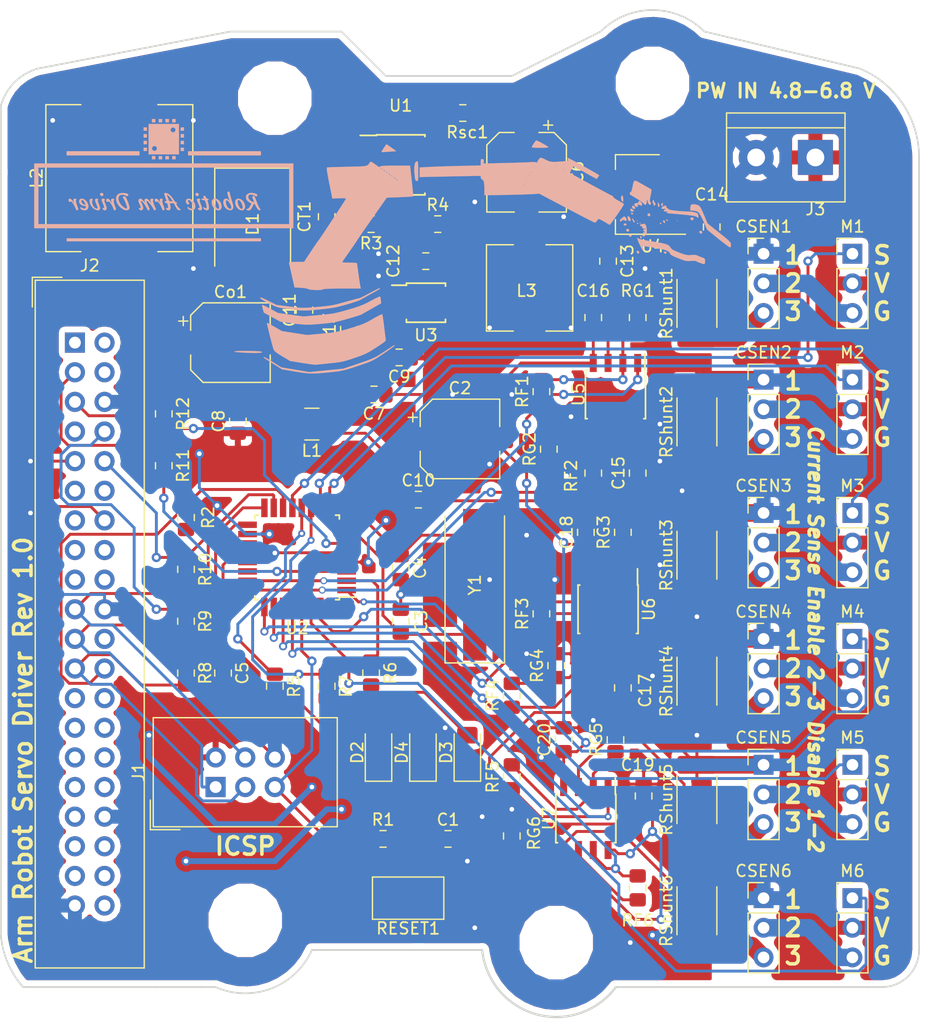
<source format=kicad_pcb>
(kicad_pcb (version 20171130) (host pcbnew 5.0.2-bee76a0~70~ubuntu18.04.1)
  (layers (0 F.Cu signal) (31 B.Cu signal) (34 B.Paste user) (35 F.Paste user) (36 B.SilkS user) (37 F.SilkS user) (38 B.Mask user) (39 F.Mask user) (44 Edge.Cuts user))
  (net 0 "")
  (net 1 VD)
  (net 2 GND)
  (net 3 /RX)
  (net 4 /MISO)
  (net 5 "Net-(R3-Pad1)")
  (net 6 "Net-(R5-Pad1)")
  (net 7 "Net-(D2-Pad2)")
  (net 8 "Net-(RF2-Pad2)")
  (net 9 "Net-(RF3-Pad2)")
  (net 10 "Net-(RF4-Pad2)")
  (net 11 "Net-(RF5-Pad2)")
  (net 12 "Net-(RF6-Pad2)")
  (net 13 "Net-(CT1-Pad2)")
  (net 14 "Net-(D3-Pad2)")
  (net 15 "Net-(R6-Pad1)")
  (net 16 +5V)
  (net 17 "Net-(Rsc1-Pad2)")
  (net 18 /MOSI)
  (net 19 /TX)
  (net 20 /SDA)
  (net 21 /SCK)
  (net 22 "Net-(R8-Pad1)")
  (net 23 /SS)
  (net 24 "Net-(RF1-Pad2)")
  (net 25 "/Servos, Current Sense/current6")
  (net 26 "/Servos, Current Sense/current5")
  (net 27 "/Servos, Current Sense/current4")
  (net 28 "/Servos, Current Sense/current3")
  (net 29 "/Servos, Current Sense/current2")
  (net 30 "/Servos, Current Sense/current1")
  (net 31 "Net-(C11-Pad1)")
  (net 32 /RST)
  (net 33 "Net-(D4-Pad2)")
  (net 34 "Net-(R7-Pad1)")
  (net 35 /SCL)
  (net 36 +3V3)
  (net 37 "Net-(D1-Pad1)")
  (net 38 "Net-(CT1-Pad1)")
  (net 39 -5V)
  (net 40 "Net-(U3-Pad3)")
  (net 41 "Net-(L3-Pad2)")
  (net 42 "/Servos, Current Sense/motor4")
  (net 43 "Net-(C3-Pad1)")
  (net 44 "Net-(C4-Pad1)")
  (net 45 "/Servos, Current Sense/motor2")
  (net 46 "/Servos, Current Sense/motor1")
  (net 47 "/Servos, Current Sense/motor3")
  (net 48 "Net-(U2-Pad19)")
  (net 49 "Net-(C5-Pad1)")
  (net 50 "Net-(U2-Pad22)")
  (net 51 "/Servos, Current Sense/motor6")
  (net 52 "/Servos, Current Sense/motor5")
  (net 53 "Net-(U2-Pad32)")
  (net 54 "Net-(J2-Pad1)")
  (net 55 "Net-(J2-Pad2)")
  (net 56 "Net-(J2-Pad4)")
  (net 57 "Net-(J2-Pad7)")
  (net 58 "Net-(J2-Pad11)")
  (net 59 "Net-(J2-Pad12)")
  (net 60 "Net-(J2-Pad13)")
  (net 61 "Net-(J2-Pad15)")
  (net 62 "Net-(J2-Pad16)")
  (net 63 "Net-(J2-Pad17)")
  (net 64 "Net-(J2-Pad18)")
  (net 65 "Net-(J2-Pad22)")
  (net 66 "Net-(J2-Pad25)")
  (net 67 "Net-(J2-Pad26)")
  (net 68 "Net-(J2-Pad27)")
  (net 69 "Net-(J2-Pad28)")
  (net 70 "Net-(J2-Pad29)")
  (net 71 "Net-(J2-Pad30)")
  (net 72 "Net-(J2-Pad31)")
  (net 73 "Net-(J2-Pad32)")
  (net 74 "Net-(J2-Pad33)")
  (net 75 "Net-(J2-Pad35)")
  (net 76 "Net-(J2-Pad36)")
  (net 77 "Net-(J2-Pad37)")
  (net 78 "Net-(J2-Pad38)")
  (net 79 "Net-(J2-Pad40)")
  (net 80 "Net-(CSEN6-Pad3)")
  (net 81 "Net-(CSEN1-Pad3)")
  (net 82 "Net-(CSEN2-Pad3)")
  (net 83 "Net-(CSEN4-Pad3)")
  (net 84 "Net-(CSEN5-Pad3)")
  (net 85 "Net-(CSEN3-Pad3)")
  (net 86 "Net-(CSEN1-Pad2)")
  (net 87 "Net-(CSEN4-Pad2)")
  (net 88 "Net-(CSEN3-Pad2)")
  (net 89 "Net-(CSEN2-Pad2)")
  (net 90 "Net-(CSEN6-Pad2)")
  (net 91 "Net-(CSEN5-Pad2)")
  (module MountingHole:MountingHole_5.3mm_M5 (layer F.Cu) (at 160.655 131.445 180)
    (fp_text reference REF** hide)
    (fp_text value MountingHole_5.3mm_M5)
    (pad 1 np_thru_hole circle (at 0 0 180) (size 5.3 5.3) (drill 5.3) (layers *.Cu *.Mask))
  )
  (module MountingHole:MountingHole_5.3mm_M5 (layer F.Cu) (at 133.985 129.54 180)
    (fp_text reference REF** hide)
    (fp_text value MountingHole_5.3mm_M5)
    (pad 1 np_thru_hole circle (at 0 0 180) (size 5.3 5.3) (drill 5.3) (layers *.Cu *.Mask))
  )
  (module MountingHole:MountingHole_5.3mm_M5 (layer F.Cu) (at 168.91 57.785 180)
    (fp_text reference REF** hide)
    (fp_text value MountingHole_5.3mm_M5)
    (pad 1 np_thru_hole circle (at 0 0 180) (size 5.3 5.3) (drill 5.3) (layers *.Cu *.Mask))
  )
  (module MountingHole:MountingHole_5.3mm_M5 (layer F.Cu) (at 136.525 59.055 180)
    (fp_text reference REF** hide)
    (fp_text value MountingHole_5.3mm_M5)
    (pad 1 np_thru_hole circle (at 0 0 180) (size 5.3 5.3) (drill 5.3) (layers *.Cu *.Mask))
  )
  (module Button_Switch_SMD:SW_SPST_FSMSM (layer F.Cu) (at 147.955 127.635 180)
    (fp_text reference RESET1 (at 0 -2.6 180) (layer F.SilkS))
    (fp_text value SW_Push)
    (pad 1 smd rect (at -4.59 0 180) (size 2.18 1.6) (layers F.Cu F.Paste F.Mask) (net 2 GND))
    (pad 2 smd rect (at 4.59 0 180) (size 2.18 1.6) (layers F.Cu F.Paste F.Mask) (net 32 /RST))
  )
  (module Resistor_SMD:R_2512_6332Metric_Pad1.52x3.35mm_HandSolder (layer F.Cu) (at 172.72 128.7175 90)
    (fp_text reference RShunt6 (at 0 -2.62 90) (layer F.SilkS))
    (fp_text value 100mR)
    (pad 1 smd roundrect (at -2.9875 0 90) (size 1.525 3.35) (layers F.Cu F.Paste F.Mask) (roundrect_rratio 0.163934) (net 80 "Net-(CSEN6-Pad3)"))
    (pad 2 smd roundrect (at 2.9875 0 90) (size 1.525 3.35) (layers F.Cu F.Paste F.Mask) (roundrect_rratio 0.163934) (net 2 GND))
  )
  (module Connector_PinHeader_2.54mm:PinHeader_1x03_P2.54mm_Vertical (layer F.Cu) (at 178.435 105.41)
    (fp_text reference CSEN4 (at 0 -2.33) (layer F.SilkS))
    (fp_text value 1x3)
    (pad 3 thru_hole oval (at 0 5.08) (size 1.7 1.7) (drill 1) (layers *.Cu *.Mask) (net 83 "Net-(CSEN4-Pad3)"))
    (pad 2 thru_hole oval (at 0 2.54) (size 1.7 1.7) (drill 1) (layers *.Cu *.Mask) (net 87 "Net-(CSEN4-Pad2)"))
    (pad 1 thru_hole rect (at 0 0) (size 1.7 1.7) (drill 1) (layers *.Cu *.Mask) (net 2 GND))
  )
  (module Connector_PinHeader_2.54mm:PinHeader_1x03_P2.54mm_Vertical (layer F.Cu) (at 178.435 83.185)
    (fp_text reference CSEN2 (at 0 -2.33) (layer F.SilkS))
    (fp_text value 1x3)
    (pad 1 thru_hole rect (at 0 0) (size 1.7 1.7) (drill 1) (layers *.Cu *.Mask) (net 2 GND))
    (pad 2 thru_hole oval (at 0 2.54) (size 1.7 1.7) (drill 1) (layers *.Cu *.Mask) (net 89 "Net-(CSEN2-Pad2)"))
    (pad 3 thru_hole oval (at 0 5.08) (size 1.7 1.7) (drill 1) (layers *.Cu *.Mask) (net 82 "Net-(CSEN2-Pad3)"))
  )
  (module Connector_PinHeader_2.54mm:PinHeader_1x03_P2.54mm_Vertical (layer F.Cu) (at 178.435 72.39)
    (fp_text reference CSEN1 (at 0 -2.33) (layer F.SilkS))
    (fp_text value 1x3)
    (pad 3 thru_hole oval (at 0 5.08) (size 1.7 1.7) (drill 1) (layers *.Cu *.Mask) (net 81 "Net-(CSEN1-Pad3)"))
    (pad 2 thru_hole oval (at 0 2.54) (size 1.7 1.7) (drill 1) (layers *.Cu *.Mask) (net 86 "Net-(CSEN1-Pad2)"))
    (pad 1 thru_hole rect (at 0 0) (size 1.7 1.7) (drill 1) (layers *.Cu *.Mask) (net 2 GND))
  )
  (module Connector_PinHeader_2.54mm:PinHeader_1x03_P2.54mm_Vertical (layer F.Cu) (at 178.435 94.615)
    (fp_text reference CSEN3 (at 0 -2.33) (layer F.SilkS))
    (fp_text value 1x3)
    (pad 1 thru_hole rect (at 0 0) (size 1.7 1.7) (drill 1) (layers *.Cu *.Mask) (net 2 GND))
    (pad 2 thru_hole oval (at 0 2.54) (size 1.7 1.7) (drill 1) (layers *.Cu *.Mask) (net 88 "Net-(CSEN3-Pad2)"))
    (pad 3 thru_hole oval (at 0 5.08) (size 1.7 1.7) (drill 1) (layers *.Cu *.Mask) (net 85 "Net-(CSEN3-Pad3)"))
  )
  (module Connector_PinHeader_2.54mm:PinHeader_1x03_P2.54mm_Vertical (layer F.Cu) (at 178.435 116.205)
    (fp_text reference CSEN5 (at 0 -2.33) (layer F.SilkS))
    (fp_text value 1x3)
    (pad 3 thru_hole oval (at 0 5.08) (size 1.7 1.7) (drill 1) (layers *.Cu *.Mask) (net 84 "Net-(CSEN5-Pad3)"))
    (pad 2 thru_hole oval (at 0 2.54) (size 1.7 1.7) (drill 1) (layers *.Cu *.Mask) (net 91 "Net-(CSEN5-Pad2)"))
    (pad 1 thru_hole rect (at 0 0) (size 1.7 1.7) (drill 1) (layers *.Cu *.Mask) (net 2 GND))
  )
  (module Connector_PinHeader_2.54mm:PinHeader_1x03_P2.54mm_Vertical (layer F.Cu) (at 178.435 127.635)
    (fp_text reference CSEN6 (at 0 -2.33) (layer F.SilkS))
    (fp_text value 1x3)
    (pad 1 thru_hole rect (at 0 0) (size 1.7 1.7) (drill 1) (layers *.Cu *.Mask) (net 2 GND))
    (pad 2 thru_hole oval (at 0 2.54) (size 1.7 1.7) (drill 1) (layers *.Cu *.Mask) (net 90 "Net-(CSEN6-Pad2)"))
    (pad 3 thru_hole oval (at 0 5.08) (size 1.7 1.7) (drill 1) (layers *.Cu *.Mask) (net 80 "Net-(CSEN6-Pad3)"))
  )
  (module Connector_IDC:IDC-Header_2x20_P2.54mm_Vertical (layer F.Cu) (at 119.38 80.01)
    (fp_text reference J2 (at 1.27 -6.604) (layer F.SilkS))
    (fp_text value "rpi connector")
    (pad 40 thru_hole oval (at 2.54 48.26) (size 1.7272 1.7272) (drill 1.016) (layers *.Cu *.Mask) (net 79 "Net-(J2-Pad40)"))
    (pad 39 thru_hole oval (at 0 48.26) (size 1.7272 1.7272) (drill 1.016) (layers *.Cu *.Mask) (net 2 GND))
    (pad 38 thru_hole oval (at 2.54 45.72) (size 1.7272 1.7272) (drill 1.016) (layers *.Cu *.Mask) (net 78 "Net-(J2-Pad38)"))
    (pad 37 thru_hole oval (at 0 45.72) (size 1.7272 1.7272) (drill 1.016) (layers *.Cu *.Mask) (net 77 "Net-(J2-Pad37)"))
    (pad 36 thru_hole oval (at 2.54 43.18) (size 1.7272 1.7272) (drill 1.016) (layers *.Cu *.Mask) (net 76 "Net-(J2-Pad36)"))
    (pad 35 thru_hole oval (at 0 43.18) (size 1.7272 1.7272) (drill 1.016) (layers *.Cu *.Mask) (net 75 "Net-(J2-Pad35)"))
    (pad 34 thru_hole oval (at 2.54 40.64) (size 1.7272 1.7272) (drill 1.016) (layers *.Cu *.Mask) (net 2 GND))
    (pad 33 thru_hole oval (at 0 40.64) (size 1.7272 1.7272) (drill 1.016) (layers *.Cu *.Mask) (net 74 "Net-(J2-Pad33)"))
    (pad 32 thru_hole oval (at 2.54 38.1) (size 1.7272 1.7272) (drill 1.016) (layers *.Cu *.Mask) (net 73 "Net-(J2-Pad32)"))
    (pad 31 thru_hole oval (at 0 38.1) (size 1.7272 1.7272) (drill 1.016) (layers *.Cu *.Mask) (net 72 "Net-(J2-Pad31)"))
    (pad 30 thru_hole oval (at 2.54 35.56) (size 1.7272 1.7272) (drill 1.016) (layers *.Cu *.Mask) (net 71 "Net-(J2-Pad30)"))
    (pad 29 thru_hole oval (at 0 35.56) (size 1.7272 1.7272) (drill 1.016) (layers *.Cu *.Mask) (net 70 "Net-(J2-Pad29)"))
    (pad 28 thru_hole oval (at 2.54 33.02) (size 1.7272 1.7272) (drill 1.016) (layers *.Cu *.Mask) (net 69 "Net-(J2-Pad28)"))
    (pad 27 thru_hole oval (at 0 33.02) (size 1.7272 1.7272) (drill 1.016) (layers *.Cu *.Mask) (net 68 "Net-(J2-Pad27)"))
    (pad 26 thru_hole oval (at 2.54 30.48) (size 1.7272 1.7272) (drill 1.016) (layers *.Cu *.Mask) (net 67 "Net-(J2-Pad26)"))
    (pad 25 thru_hole oval (at 0 30.48) (size 1.7272 1.7272) (drill 1.016) (layers *.Cu *.Mask) (net 66 "Net-(J2-Pad25)"))
    (pad 24 thru_hole oval (at 2.54 27.94) (size 1.7272 1.7272) (drill 1.016) (layers *.Cu *.Mask) (net 23 /SS))
    (pad 23 thru_hole oval (at 0 27.94) (size 1.7272 1.7272) (drill 1.016) (layers *.Cu *.Mask) (net 21 /SCK))
    (pad 22 thru_hole oval (at 2.54 25.4) (size 1.7272 1.7272) (drill 1.016) (layers *.Cu *.Mask) (net 65 "Net-(J2-Pad22)"))
    (pad 21 thru_hole oval (at 0 25.4) (size 1.7272 1.7272) (drill 1.016) (layers *.Cu *.Mask) (net 4 /MISO))
    (pad 20 thru_hole oval (at 2.54 22.86) (size 1.7272 1.7272) (drill 1.016) (layers *.Cu *.Mask) (net 2 GND))
    (pad 19 thru_hole oval (at 0 22.86) (size 1.7272 1.7272) (drill 1.016) (layers *.Cu *.Mask) (net 18 /MOSI))
    (pad 18 thru_hole oval (at 2.54 20.32) (size 1.7272 1.7272) (drill 1.016) (layers *.Cu *.Mask) (net 64 "Net-(J2-Pad18)"))
    (pad 17 thru_hole oval (at 0 20.32) (size 1.7272 1.7272) (drill 1.016) (layers *.Cu *.Mask) (net 63 "Net-(J2-Pad17)"))
    (pad 16 thru_hole oval (at 2.54 17.78) (size 1.7272 1.7272) (drill 1.016) (layers *.Cu *.Mask) (net 62 "Net-(J2-Pad16)"))
    (pad 15 thru_hole oval (at 0 17.78) (size 1.7272 1.7272) (drill 1.016) (layers *.Cu *.Mask) (net 61 "Net-(J2-Pad15)"))
    (pad 14 thru_hole oval (at 2.54 15.24) (size 1.7272 1.7272) (drill 1.016) (layers *.Cu *.Mask) (net 2 GND))
    (pad 13 thru_hole oval (at 0 15.24) (size 1.7272 1.7272) (drill 1.016) (layers *.Cu *.Mask) (net 60 "Net-(J2-Pad13)"))
    (pad 12 thru_hole oval (at 2.54 12.7) (size 1.7272 1.7272) (drill 1.016) (layers *.Cu *.Mask) (net 59 "Net-(J2-Pad12)"))
    (pad 11 thru_hole oval (at 0 12.7) (size 1.7272 1.7272) (drill 1.016) (layers *.Cu *.Mask) (net 58 "Net-(J2-Pad11)"))
    (pad 10 thru_hole oval (at 2.54 10.16) (size 1.7272 1.7272) (drill 1.016) (layers *.Cu *.Mask) (net 19 /TX))
    (pad 9 thru_hole oval (at 0 10.16) (size 1.7272 1.7272) (drill 1.016) (layers *.Cu *.Mask) (net 2 GND))
    (pad 8 thru_hole oval (at 2.54 7.62) (size 1.7272 1.7272) (drill 1.016) (layers *.Cu *.Mask) (net 3 /RX))
    (pad 7 thru_hole oval (at 0 7.62) (size 1.7272 1.7272) (drill 1.016) (layers *.Cu *.Mask) (net 57 "Net-(J2-Pad7)"))
    (pad 6 thru_hole oval (at 2.54 5.08) (size 1.7272 1.7272) (drill 1.016) (layers *.Cu *.Mask) (net 2 GND))
    (pad 5 thru_hole oval (at 0 5.08) (size 1.7272 1.7272) (drill 1.016) (layers *.Cu *.Mask) (net 35 /SCL))
    (pad 4 thru_hole oval (at 2.54 2.54) (size 1.7272 1.7272) (drill 1.016) (layers *.Cu *.Mask) (net 56 "Net-(J2-Pad4)"))
    (pad 3 thru_hole oval (at 0 2.54) (size 1.7272 1.7272) (drill 1.016) (layers *.Cu *.Mask) (net 20 /SDA))
    (pad 2 thru_hole oval (at 2.54 0) (size 1.7272 1.7272) (drill 1.016) (layers *.Cu *.Mask) (net 55 "Net-(J2-Pad2)"))
    (pad 1 thru_hole rect (at 0 0) (size 1.7272 1.7272) (drill 1.016) (layers *.Cu *.Mask) (net 54 "Net-(J2-Pad1)"))
  )
  (module Capacitor_SMD:CP_Elec_6.3x5.4 (layer F.Cu) (at 152.4 88.265)
    (fp_text reference C2 (at 0 -4.35) (layer F.SilkS))
    (fp_text value 100uF)
    (pad 1 smd roundrect (at -2.8 0) (size 3.5 1.6) (layers F.Cu F.Paste F.Mask) (roundrect_rratio 0.15625) (net 2 GND))
    (pad 2 smd roundrect (at 2.8 0) (size 3.5 1.6) (layers F.Cu F.Paste F.Mask) (roundrect_rratio 0.15625) (net 39 -5V))
  )
  (module Capacitor_SMD:CP_Elec_6.3x5.4 (layer F.Cu) (at 158.115 65.405 270)
    (fp_text reference C6 (at 0 -4.35 270) (layer F.SilkS))
    (fp_text value 100uF)
    (pad 2 smd roundrect (at 2.8 0 270) (size 3.5 1.6) (layers F.Cu F.Paste F.Mask) (roundrect_rratio 0.15625) (net 2 GND))
    (pad 1 smd roundrect (at -2.8 0 270) (size 3.5 1.6) (layers F.Cu F.Paste F.Mask) (roundrect_rratio 0.15625) (net 16 +5V))
  )
  (module Capacitor_SMD:CP_Elec_6.3x7.7 (layer F.Cu) (at 132.715 80.01)
    (fp_text reference Co1 (at 0 -4.35) (layer F.SilkS))
    (fp_text value 470uF)
    (pad 1 smd roundrect (at -2.7 0) (size 3.5 1.6) (layers F.Cu F.Paste F.Mask) (roundrect_rratio 0.15625) (net 2 GND))
    (pad 2 smd roundrect (at 2.7 0) (size 3.5 1.6) (layers F.Cu F.Paste F.Mask) (roundrect_rratio 0.15625) (net 13 "Net-(CT1-Pad2)"))
  )
  (module Capacitor_SMD:C_0805_2012Metric_Pad1.15x1.40mm_HandSolder (layer F.Cu) (at 149.47 73.025 180)
    (fp_text reference C12 (at 2.785 0 270) (layer F.SilkS))
    (fp_text value 10uF)
    (pad 1 smd roundrect (at -1.025 0 180) (size 1.15 1.4) (layers F.Cu F.Paste F.Mask) (roundrect_rratio 0.217391) (net 36 +3V3))
    (pad 2 smd roundrect (at 1.025 0 180) (size 1.15 1.4) (layers F.Cu F.Paste F.Mask) (roundrect_rratio 0.217391) (net 2 GND))
  )
  (module Capacitor_SMD:C_0805_2012Metric_Pad1.15x1.40mm_HandSolder (layer F.Cu) (at 148.835 93.472)
    (fp_text reference C10 (at 0 -1.65) (layer F.SilkS))
    (fp_text value 10uF)
    (pad 2 smd roundrect (at 1.025 0) (size 1.15 1.4) (layers F.Cu F.Paste F.Mask) (roundrect_rratio 0.217391) (net 2 GND))
    (pad 1 smd roundrect (at -1.025 0) (size 1.15 1.4) (layers F.Cu F.Paste F.Mask) (roundrect_rratio 0.217391) (net 16 +5V))
  )
  (module Capacitor_SMD:C_0805_2012Metric_Pad1.15x1.40mm_HandSolder (layer F.Cu) (at 147.187629 81.28 180)
    (fp_text reference C9 (at 0 -1.65 180) (layer F.SilkS))
    (fp_text value 10uF)
    (pad 1 smd roundrect (at -1.025 0 180) (size 1.15 1.4) (layers F.Cu F.Paste F.Mask) (roundrect_rratio 0.217391) (net 2 GND))
    (pad 2 smd roundrect (at 1.025 0 180) (size 1.15 1.4) (layers F.Cu F.Paste F.Mask) (roundrect_rratio 0.217391) (net 16 +5V))
  )
  (module Capacitor_SMD:C_0805_2012Metric_Pad1.15x1.40mm_HandSolder (layer F.Cu) (at 133.35 86.75 90)
    (fp_text reference C8 (at 0 -1.65 90) (layer F.SilkS))
    (fp_text value 10uF)
    (pad 2 smd roundrect (at 1.025 0 90) (size 1.15 1.4) (layers F.Cu F.Paste F.Mask) (roundrect_rratio 0.217391) (net 2 GND))
    (pad 1 smd roundrect (at -1.025 0 90) (size 1.15 1.4) (layers F.Cu F.Paste F.Mask) (roundrect_rratio 0.217391) (net 16 +5V))
  )
  (module Capacitor_SMD:C_0805_2012Metric_Pad1.15x1.40mm_HandSolder (layer F.Cu) (at 145.025 84.455 180)
    (fp_text reference C7 (at 0 -1.65 180) (layer F.SilkS))
    (fp_text value 10uF)
    (pad 1 smd roundrect (at -1.025 0 180) (size 1.15 1.4) (layers F.Cu F.Paste F.Mask) (roundrect_rratio 0.217391) (net 2 GND))
    (pad 2 smd roundrect (at 1.025 0 180) (size 1.15 1.4) (layers F.Cu F.Paste F.Mask) (roundrect_rratio 0.217391) (net 16 +5V))
  )
  (module Capacitor_SMD:C_0805_2012Metric_Pad1.15x1.40mm_HandSolder (layer F.Cu) (at 132.08 108.34 270)
    (fp_text reference C5 (at 0 -1.65 270) (layer F.SilkS))
    (fp_text value 10nF)
    (pad 2 smd roundrect (at 1.025 0 270) (size 1.15 1.4) (layers F.Cu F.Paste F.Mask) (roundrect_rratio 0.217391) (net 2 GND))
    (pad 1 smd roundrect (at -1.025 0 270) (size 1.15 1.4) (layers F.Cu F.Paste F.Mask) (roundrect_rratio 0.217391) (net 49 "Net-(C5-Pad1)"))
  )
  (module Capacitor_SMD:C_0805_2012Metric_Pad1.15x1.40mm_HandSolder (layer F.Cu) (at 147.32 99.305 270)
    (fp_text reference C4 (at 0 -1.65 270) (layer F.SilkS))
    (fp_text value 18pF)
    (pad 1 smd roundrect (at -1.025 0 270) (size 1.15 1.4) (layers F.Cu F.Paste F.Mask) (roundrect_rratio 0.217391) (net 44 "Net-(C4-Pad1)"))
    (pad 2 smd roundrect (at 1.025 0 270) (size 1.15 1.4) (layers F.Cu F.Paste F.Mask) (roundrect_rratio 0.217391) (net 2 GND))
  )
  (module Capacitor_SMD:C_0805_2012Metric_Pad1.15x1.40mm_HandSolder (layer F.Cu) (at 147.32 103.895 90)
    (fp_text reference C3 (at 0 1.76 90) (layer F.SilkS))
    (fp_text value 18pF)
    (pad 2 smd roundrect (at 1.025 0 90) (size 1.15 1.4) (layers F.Cu F.Paste F.Mask) (roundrect_rratio 0.217391) (net 2 GND))
    (pad 1 smd roundrect (at -1.025 0 90) (size 1.15 1.4) (layers F.Cu F.Paste F.Mask) (roundrect_rratio 0.217391) (net 43 "Net-(C3-Pad1)"))
  )
  (module Capacitor_SMD:C_0805_2012Metric_Pad1.15x1.40mm_HandSolder (layer F.Cu) (at 163.195 96.275 90)
    (fp_text reference C18 (at 0 -1.65 90) (layer F.SilkS))
    (fp_text value 0.1uF)
    (pad 1 smd roundrect (at -1.025 0 90) (size 1.15 1.4) (layers F.Cu F.Paste F.Mask) (roundrect_rratio 0.217391) (net 39 -5V))
    (pad 2 smd roundrect (at 1.025 0 90) (size 1.15 1.4) (layers F.Cu F.Paste F.Mask) (roundrect_rratio 0.217391) (net 2 GND))
  )
  (module Capacitor_SMD:C_0805_2012Metric_Pad1.15x1.40mm_HandSolder (layer F.Cu) (at 165.1 73.025 270)
    (fp_text reference C13 (at 0 -1.65 270) (layer F.SilkS))
    (fp_text value 10uF)
    (pad 2 smd roundrect (at 1.025 0 270) (size 1.15 1.4) (layers F.Cu F.Paste F.Mask) (roundrect_rratio 0.217391) (net 2 GND))
    (pad 1 smd roundrect (at -1.025 0 270) (size 1.15 1.4) (layers F.Cu F.Paste F.Mask) (roundrect_rratio 0.217391) (net 36 +3V3))
  )
  (module Capacitor_SMD:C_0805_2012Metric_Pad1.15x1.40mm_HandSolder (layer F.Cu) (at 173.99 70.095 270)
    (fp_text reference C14 (at -2.785 0) (layer F.SilkS))
    (fp_text value 100nF)
    (pad 2 smd roundrect (at 1.025 0 270) (size 1.15 1.4) (layers F.Cu F.Paste F.Mask) (roundrect_rratio 0.217391) (net 2 GND))
    (pad 1 smd roundrect (at -1.025 0 270) (size 1.15 1.4) (layers F.Cu F.Paste F.Mask) (roundrect_rratio 0.217391) (net 1 VD))
  )
  (module Capacitor_SMD:C_0805_2012Metric_Pad1.15x1.40mm_HandSolder (layer F.Cu) (at 167.64 91.195 90)
    (fp_text reference C15 (at 0 -1.65 90) (layer F.SilkS))
    (fp_text value 0.1uF)
    (pad 2 smd roundrect (at 1.025 0 90) (size 1.15 1.4) (layers F.Cu F.Paste F.Mask) (roundrect_rratio 0.217391) (net 16 +5V))
    (pad 1 smd roundrect (at -1.025 0 90) (size 1.15 1.4) (layers F.Cu F.Paste F.Mask) (roundrect_rratio 0.217391) (net 2 GND))
  )
  (module Capacitor_SMD:C_0805_2012Metric_Pad1.15x1.40mm_HandSolder (layer F.Cu) (at 163.83 77.86 90)
    (fp_text reference C16 (at 2.295 0 180) (layer F.SilkS))
    (fp_text value 0.1uF)
    (pad 1 smd roundrect (at -1.025 0 90) (size 1.15 1.4) (layers F.Cu F.Paste F.Mask) (roundrect_rratio 0.217391) (net 39 -5V))
    (pad 2 smd roundrect (at 1.025 0 90) (size 1.15 1.4) (layers F.Cu F.Paste F.Mask) (roundrect_rratio 0.217391) (net 2 GND))
  )
  (module Capacitor_SMD:C_0805_2012Metric_Pad1.15x1.40mm_HandSolder (layer F.Cu) (at 166.37 109.61 90)
    (fp_text reference C17 (at -0.245 1.905 90) (layer F.SilkS))
    (fp_text value 0.1uF)
    (pad 2 smd roundrect (at 1.025 0 90) (size 1.15 1.4) (layers F.Cu F.Paste F.Mask) (roundrect_rratio 0.217391) (net 16 +5V))
    (pad 1 smd roundrect (at -1.025 0 90) (size 1.15 1.4) (layers F.Cu F.Paste F.Mask) (roundrect_rratio 0.217391) (net 2 GND))
  )
  (module Capacitor_SMD:C_0805_2012Metric_Pad1.15x1.40mm_HandSolder (layer F.Cu) (at 151.375 122.555)
    (fp_text reference C1 (at 0 -1.65) (layer F.SilkS))
    (fp_text value 100nF)
    (pad 1 smd roundrect (at -1.025 0) (size 1.15 1.4) (layers F.Cu F.Paste F.Mask) (roundrect_rratio 0.217391) (net 32 /RST))
    (pad 2 smd roundrect (at 1.025 0) (size 1.15 1.4) (layers F.Cu F.Paste F.Mask) (roundrect_rratio 0.217391) (net 2 GND))
  )
  (module Capacitor_SMD:C_0805_2012Metric_Pad1.15x1.40mm_HandSolder (layer F.Cu) (at 168.148 118.881 270)
    (fp_text reference C19 (at -2.676 0.508) (layer F.SilkS))
    (fp_text value 0.1uF)
    (pad 2 smd roundrect (at 1.025 0 270) (size 1.15 1.4) (layers F.Cu F.Paste F.Mask) (roundrect_rratio 0.217391) (net 16 +5V))
    (pad 1 smd roundrect (at -1.025 0 270) (size 1.15 1.4) (layers F.Cu F.Paste F.Mask) (roundrect_rratio 0.217391) (net 2 GND))
  )
  (module Capacitor_SMD:C_0805_2012Metric_Pad1.15x1.40mm_HandSolder (layer F.Cu) (at 161.29 114.055 90)
    (fp_text reference C20 (at 0 -1.65 90) (layer F.SilkS))
    (fp_text value 0.1uF)
    (pad 1 smd roundrect (at -1.025 0 90) (size 1.15 1.4) (layers F.Cu F.Paste F.Mask) (roundrect_rratio 0.217391) (net 39 -5V))
    (pad 2 smd roundrect (at 1.025 0 90) (size 1.15 1.4) (layers F.Cu F.Paste F.Mask) (roundrect_rratio 0.217391) (net 2 GND))
  )
  (module Capacitor_SMD:C_0805_2012Metric_Pad1.15x1.40mm_HandSolder (layer F.Cu) (at 140.97 69.215 270)
    (fp_text reference CT1 (at 0 1.905 90) (layer F.SilkS))
    (fp_text value 470pF)
    (pad 2 smd roundrect (at 1.025 0 270) (size 1.15 1.4) (layers F.Cu F.Paste F.Mask) (roundrect_rratio 0.217391) (net 13 "Net-(CT1-Pad2)"))
    (pad 1 smd roundrect (at -1.025 0 270) (size 1.15 1.4) (layers F.Cu F.Paste F.Mask) (roundrect_rratio 0.217391) (net 38 "Net-(CT1-Pad1)"))
  )
  (module Capacitor_SMD:C_0805_2012Metric_Pad1.15x1.40mm_HandSolder (layer F.Cu) (at 139.065 77.225 270)
    (fp_text reference C11 (at 0 1.27 270) (layer F.SilkS))
    (fp_text value 27pF)
    (pad 1 smd roundrect (at -1.025 0 270) (size 1.15 1.4) (layers F.Cu F.Paste F.Mask) (roundrect_rratio 0.217391) (net 31 "Net-(C11-Pad1)"))
    (pad 2 smd roundrect (at 1.025 0 270) (size 1.15 1.4) (layers F.Cu F.Paste F.Mask) (roundrect_rratio 0.217391) (net 16 +5V))
  )
  (module Connector_IDC:IDC-Header_2x03_P2.54mm_Vertical (layer F.Cu) (at 131.445 118.11 90)
    (fp_text reference J1 (at 1.27 -6.604 90) (layer F.SilkS))
    (fp_text value ICSP_conn)
    (pad 1 thru_hole rect (at 0 0 90) (size 1.7272 1.7272) (drill 1.016) (layers *.Cu *.Mask) (net 4 /MISO))
    (pad 2 thru_hole oval (at 2.54 0 90) (size 1.7272 1.7272) (drill 1.016) (layers *.Cu *.Mask) (net 16 +5V))
    (pad 3 thru_hole oval (at 0 2.54 90) (size 1.7272 1.7272) (drill 1.016) (layers *.Cu *.Mask) (net 21 /SCK))
    (pad 4 thru_hole oval (at 2.54 2.54 90) (size 1.7272 1.7272) (drill 1.016) (layers *.Cu *.Mask) (net 18 /MOSI))
    (pad 5 thru_hole oval (at 0 5.08 90) (size 1.7272 1.7272) (drill 1.016) (layers *.Cu *.Mask) (net 32 /RST))
    (pad 6 thru_hole oval (at 2.54 5.08 90) (size 1.7272 1.7272) (drill 1.016) (layers *.Cu *.Mask) (net 2 GND))
  )
  (module Connector_PinHeader_2.54mm:PinHeader_1x03_P2.54mm_Vertical (layer F.Cu) (at 186.055 116.205)
    (fp_text reference M5 (at 0 -2.33) (layer F.SilkS))
    (fp_text value Motor_Servo)
    (pad 1 thru_hole rect (at 0 0) (size 1.7 1.7) (drill 1) (layers *.Cu *.Mask) (net 52 "/Servos, Current Sense/motor5"))
    (pad 2 thru_hole oval (at 0 2.54) (size 1.7 1.7) (drill 1) (layers *.Cu *.Mask) (net 1 VD))
    (pad 3 thru_hole oval (at 0 5.08) (size 1.7 1.7) (drill 1) (layers *.Cu *.Mask) (net 91 "Net-(CSEN5-Pad2)"))
  )
  (module Connector_PinHeader_2.54mm:PinHeader_1x03_P2.54mm_Vertical (layer F.Cu) (at 186.055 127.635)
    (fp_text reference M6 (at 0 -2.33) (layer F.SilkS))
    (fp_text value Motor_Servo)
    (pad 3 thru_hole oval (at 0 5.08) (size 1.7 1.7) (drill 1) (layers *.Cu *.Mask) (net 90 "Net-(CSEN6-Pad2)"))
    (pad 2 thru_hole oval (at 0 2.54) (size 1.7 1.7) (drill 1) (layers *.Cu *.Mask) (net 1 VD))
    (pad 1 thru_hole rect (at 0 0) (size 1.7 1.7) (drill 1) (layers *.Cu *.Mask) (net 51 "/Servos, Current Sense/motor6"))
  )
  (module Connector_PinHeader_2.54mm:PinHeader_1x03_P2.54mm_Vertical (layer F.Cu) (at 186.055 72.39)
    (fp_text reference M1 (at 0 -2.33) (layer F.SilkS))
    (fp_text value Motor_Servo)
    (pad 1 thru_hole rect (at 0 0) (size 1.7 1.7) (drill 1) (layers *.Cu *.Mask) (net 46 "/Servos, Current Sense/motor1"))
    (pad 2 thru_hole oval (at 0 2.54) (size 1.7 1.7) (drill 1) (layers *.Cu *.Mask) (net 1 VD))
    (pad 3 thru_hole oval (at 0 5.08) (size 1.7 1.7) (drill 1) (layers *.Cu *.Mask) (net 86 "Net-(CSEN1-Pad2)"))
  )
  (module Connector_PinHeader_2.54mm:PinHeader_1x03_P2.54mm_Vertical (layer F.Cu) (at 186.055 94.615)
    (fp_text reference M3 (at 0 -2.33) (layer F.SilkS))
    (fp_text value Motor_Servo)
    (pad 3 thru_hole oval (at 0 5.08) (size 1.7 1.7) (drill 1) (layers *.Cu *.Mask) (net 88 "Net-(CSEN3-Pad2)"))
    (pad 2 thru_hole oval (at 0 2.54) (size 1.7 1.7) (drill 1) (layers *.Cu *.Mask) (net 1 VD))
    (pad 1 thru_hole rect (at 0 0) (size 1.7 1.7) (drill 1) (layers *.Cu *.Mask) (net 47 "/Servos, Current Sense/motor3"))
  )
  (module Connector_PinHeader_2.54mm:PinHeader_1x03_P2.54mm_Vertical (layer F.Cu) (at 186.055 105.41)
    (fp_text reference M4 (at 0 -2.33) (layer F.SilkS))
    (fp_text value Motor_Servo)
    (pad 3 thru_hole oval (at 0 5.08) (size 1.7 1.7) (drill 1) (layers *.Cu *.Mask) (net 87 "Net-(CSEN4-Pad2)"))
    (pad 2 thru_hole oval (at 0 2.54) (size 1.7 1.7) (drill 1) (layers *.Cu *.Mask) (net 1 VD))
    (pad 1 thru_hole rect (at 0 0) (size 1.7 1.7) (drill 1) (layers *.Cu *.Mask) (net 42 "/Servos, Current Sense/motor4"))
  )
  (module Connector_PinHeader_2.54mm:PinHeader_1x03_P2.54mm_Vertical (layer F.Cu) (at 186.055 83.185)
    (fp_text reference M2 (at 0 -2.33) (layer F.SilkS))
    (fp_text value Motor_Servo)
    (pad 1 thru_hole rect (at 0 0) (size 1.7 1.7) (drill 1) (layers *.Cu *.Mask) (net 45 "/Servos, Current Sense/motor2"))
    (pad 2 thru_hole oval (at 0 2.54) (size 1.7 1.7) (drill 1) (layers *.Cu *.Mask) (net 1 VD))
    (pad 3 thru_hole oval (at 0 5.08) (size 1.7 1.7) (drill 1) (layers *.Cu *.Mask) (net 89 "Net-(CSEN2-Pad2)"))
  )
  (module Crystal:Crystal_SMD_HC49-SD (layer F.Cu) (at 153.67 100.77 90)
    (fp_text reference Y1 (at 0 0 90) (layer F.SilkS))
    (fp_text value "16 MHz")
    (pad 1 smd rect (at -4.25 0 90) (size 4.5 2) (layers F.Cu F.Paste F.Mask) (net 43 "Net-(C3-Pad1)"))
    (pad 2 smd rect (at 4.25 0 90) (size 4.5 2) (layers F.Cu F.Paste F.Mask) (net 44 "Net-(C4-Pad1)"))
  )
  (module Diode_SMD:D_SMC (layer F.Cu) (at 134.62 69.85 270)
    (fp_text reference D1 (at 0 0 270) (layer F.SilkS))
    (fp_text value 1N5822)
    (pad 1 smd rect (at -3.4 0) (size 3.3 2.5) (layers F.Cu F.Paste F.Mask) (net 37 "Net-(D1-Pad1)"))
    (pad 2 smd rect (at 3.4 0) (size 3.3 2.5) (layers F.Cu F.Paste F.Mask) (net 13 "Net-(CT1-Pad2)"))
  )
  (module Inductor_SMD:L_1210_3225Metric_Pad1.42x2.65mm_HandSolder (layer F.Cu) (at 139.7 86.995 180)
    (fp_text reference L1 (at 0 -2.28 180) (layer F.SilkS))
    (fp_text value 1uH)
    (pad 1 smd roundrect (at -1.4875 0 180) (size 1.425 2.65) (layers F.Cu F.Paste F.Mask) (roundrect_rratio 0.175439) (net 39 -5V))
    (pad 2 smd roundrect (at 1.4875 0 180) (size 1.425 2.65) (layers F.Cu F.Paste F.Mask) (roundrect_rratio 0.175439) (net 13 "Net-(CT1-Pad2)"))
  )
  (module Inductor_SMD:L_12x12mm_H6mm (layer F.Cu) (at 123.19 65.91 90)
    (fp_text reference L2 (at 0 -7.1 90) (layer F.SilkS))
    (fp_text value 47uH/2A)
    (pad 1 smd rect (at -4.95 0 90) (size 2.9 5.4) (layers F.Cu F.Paste F.Mask) (net 37 "Net-(D1-Pad1)"))
    (pad 2 smd rect (at 4.95 0 90) (size 2.9 5.4) (layers F.Cu F.Paste F.Mask) (net 2 GND))
  )
  (module Inductor_SMD:L_7.3x7.3_H3.5 (layer F.Cu) (at 158.372629 75.319688 270)
    (fp_text reference L3 (at 0.245312 0.257629) (layer F.SilkS))
    (fp_text value 4.7uH/2A)
    (pad 1 smd rect (at -3.2 0 270) (size 1.5 2.2) (layers F.Cu F.Paste F.Mask) (net 36 +3V3))
    (pad 2 smd rect (at 3.2 0 270) (size 1.5 2.2) (layers F.Cu F.Paste F.Mask) (net 41 "Net-(L3-Pad2)"))
  )
  (module LED_SMD:LED_1206_3216Metric_Pad1.42x1.75mm_HandSolder (layer F.Cu) (at 153.035 115.1525 90)
    (fp_text reference D3 (at 0 -1.82 90) (layer F.SilkS))
    (fp_text value LED_R)
    (pad 1 smd roundrect (at -1.4875 0 90) (size 1.425 1.75) (layers F.Cu F.Paste F.Mask) (roundrect_rratio 0.175439) (net 2 GND))
    (pad 2 smd roundrect (at 1.4875 0 90) (size 1.425 1.75) (layers F.Cu F.Paste F.Mask) (roundrect_rratio 0.175439) (net 14 "Net-(D3-Pad2)"))
  )
  (module LED_SMD:LED_1206_3216Metric_Pad1.42x1.75mm_HandSolder (layer F.Cu) (at 149.225 115.1525 90)
    (fp_text reference D4 (at 0 -1.82 90) (layer F.SilkS))
    (fp_text value LED_Y)
    (pad 2 smd roundrect (at 1.4875 0 90) (size 1.425 1.75) (layers F.Cu F.Paste F.Mask) (roundrect_rratio 0.175439) (net 33 "Net-(D4-Pad2)"))
    (pad 1 smd roundrect (at -1.4875 0 90) (size 1.425 1.75) (layers F.Cu F.Paste F.Mask) (roundrect_rratio 0.175439) (net 2 GND))
  )
  (module LED_SMD:LED_1206_3216Metric_Pad1.42x1.75mm_HandSolder (layer F.Cu) (at 145.415 115.1525 90)
    (fp_text reference D2 (at 0 -1.82 90) (layer F.SilkS))
    (fp_text value LED_G)
    (pad 1 smd roundrect (at -1.4875 0 90) (size 1.425 1.75) (layers F.Cu F.Paste F.Mask) (roundrect_rratio 0.175439) (net 2 GND))
    (pad 2 smd roundrect (at 1.4875 0 90) (size 1.425 1.75) (layers F.Cu F.Paste F.Mask) (roundrect_rratio 0.175439) (net 7 "Net-(D2-Pad2)"))
  )
  (module Package_QFP:TQFP-32_7x7mm_P0.8mm (layer F.Cu) (at 138.43 98.425 180)
    (fp_text reference U2 (at 0 -6.05 180) (layer F.SilkS))
    (fp_text value ATmega328PB-AU)
    (pad 1 smd rect (at -4.25 -2.8 180) (size 1.6 0.55) (layers F.Cu F.Paste F.Mask) (net 42 "/Servos, Current Sense/motor4"))
    (pad 2 smd rect (at -4.25 -2 180) (size 1.6 0.55) (layers F.Cu F.Paste F.Mask) (net 15 "Net-(R6-Pad1)"))
    (pad 3 smd rect (at -4.25 -1.2 180) (size 1.6 0.55) (layers F.Cu F.Paste F.Mask) (net 20 /SDA))
    (pad 4 smd rect (at -4.25 -0.4 180) (size 1.6 0.55) (layers F.Cu F.Paste F.Mask) (net 16 +5V))
    (pad 5 smd rect (at -4.25 0.4 180) (size 1.6 0.55) (layers F.Cu F.Paste F.Mask) (net 2 GND))
    (pad 6 smd rect (at -4.25 1.2 180) (size 1.6 0.55) (layers F.Cu F.Paste F.Mask) (net 35 /SCL))
    (pad 7 smd rect (at -4.25 2 180) (size 1.6 0.55) (layers F.Cu F.Paste F.Mask) (net 43 "Net-(C3-Pad1)"))
    (pad 8 smd rect (at -4.25 2.8 180) (size 1.6 0.55) (layers F.Cu F.Paste F.Mask) (net 44 "Net-(C4-Pad1)"))
    (pad 9 smd rect (at -2.8 4.25 270) (size 1.6 0.55) (layers F.Cu F.Paste F.Mask) (net 45 "/Servos, Current Sense/motor2"))
    (pad 10 smd rect (at -2 4.25 270) (size 1.6 0.55) (layers F.Cu F.Paste F.Mask) (net 46 "/Servos, Current Sense/motor1"))
    (pad 11 smd rect (at -1.2 4.25 270) (size 1.6 0.55) (layers F.Cu F.Paste F.Mask) (net 34 "Net-(R7-Pad1)"))
    (pad 12 smd rect (at -0.4 4.25 270) (size 1.6 0.55) (layers F.Cu F.Paste F.Mask) (net 6 "Net-(R5-Pad1)"))
    (pad 13 smd rect (at 0.4 4.25 270) (size 1.6 0.55) (layers F.Cu F.Paste F.Mask) (net 47 "/Servos, Current Sense/motor3"))
    (pad 14 smd rect (at 1.2 4.25 270) (size 1.6 0.55) (layers F.Cu F.Paste F.Mask) (net 23 /SS))
    (pad 15 smd rect (at 2 4.25 270) (size 1.6 0.55) (layers F.Cu F.Paste F.Mask) (net 19 /TX))
    (pad 16 smd rect (at 2.8 4.25 270) (size 1.6 0.55) (layers F.Cu F.Paste F.Mask) (net 3 /RX))
    (pad 17 smd rect (at 4.25 2.8 180) (size 1.6 0.55) (layers F.Cu F.Paste F.Mask) (net 22 "Net-(R8-Pad1)"))
    (pad 18 smd rect (at 4.25 2 180) (size 1.6 0.55) (layers F.Cu F.Paste F.Mask) (net 16 +5V))
    (pad 19 smd rect (at 4.25 1.2 180) (size 1.6 0.55) (layers F.Cu F.Paste F.Mask) (net 48 "Net-(U2-Pad19)"))
    (pad 20 smd rect (at 4.25 0.4 180) (size 1.6 0.55) (layers F.Cu F.Paste F.Mask) (net 49 "Net-(C5-Pad1)"))
    (pad 21 smd rect (at 4.25 -0.4 180) (size 1.6 0.55) (layers F.Cu F.Paste F.Mask) (net 2 GND))
    (pad 22 smd rect (at 4.25 -1.2 180) (size 1.6 0.55) (layers F.Cu F.Paste F.Mask) (net 50 "Net-(U2-Pad22)"))
    (pad 23 smd rect (at 4.25 -2 180) (size 1.6 0.55) (layers F.Cu F.Paste F.Mask) (net 30 "/Servos, Current Sense/current1"))
    (pad 24 smd rect (at 4.25 -2.8 180) (size 1.6 0.55) (layers F.Cu F.Paste F.Mask) (net 29 "/Servos, Current Sense/current2"))
    (pad 25 smd rect (at 2.8 -4.25 270) (size 1.6 0.55) (layers F.Cu F.Paste F.Mask) (net 28 "/Servos, Current Sense/current3"))
    (pad 26 smd rect (at 2 -4.25 270) (size 1.6 0.55) (layers F.Cu F.Paste F.Mask) (net 27 "/Servos, Current Sense/current4"))
    (pad 27 smd rect (at 1.2 -4.25 270) (size 1.6 0.55) (layers F.Cu F.Paste F.Mask) (net 26 "/Servos, Current Sense/current5"))
    (pad 28 smd rect (at 0.4 -4.25 270) (size 1.6 0.55) (layers F.Cu F.Paste F.Mask) (net 25 "/Servos, Current Sense/current6"))
    (pad 29 smd rect (at -0.4 -4.25 270) (size 1.6 0.55) (layers F.Cu F.Paste F.Mask) (net 32 /RST))
    (pad 30 smd rect (at -1.2 -4.25 270) (size 1.6 0.55) (layers F.Cu F.Paste F.Mask) (net 51 "/Servos, Current Sense/motor6"))
    (pad 31 smd rect (at -2 -4.25 270) (size 1.6 0.55) (layers F.Cu F.Paste F.Mask) (net 52 "/Servos, Current Sense/motor5"))
    (pad 32 smd rect (at -2.8 -4.25 270) (size 1.6 0.55) (layers F.Cu F.Paste F.Mask) (net 53 "Net-(U2-Pad32)"))
  )
  (module Package_SO:MSOP-8_3x3mm_P0.65mm (layer F.Cu) (at 149.482629 76.589688)
    (fp_text reference U3 (at 0 2.785312) (layer F.SilkS))
    (fp_text value MCP1642B|D-ADJ)
    (pad 1 smd rect (at -2.2 -0.975) (size 1.45 0.45) (layers F.Cu F.Paste F.Mask) (net 36 +3V3))
    (pad 2 smd rect (at -2.2 -0.325) (size 1.45 0.45) (layers F.Cu F.Paste F.Mask) (net 31 "Net-(C11-Pad1)"))
    (pad 3 smd rect (at -2.2 0.325) (size 1.45 0.45) (layers F.Cu F.Paste F.Mask) (net 40 "Net-(U3-Pad3)"))
    (pad 4 smd rect (at -2.2 0.975) (size 1.45 0.45) (layers F.Cu F.Paste F.Mask) (net 16 +5V))
    (pad 5 smd rect (at 2.2 0.975) (size 1.45 0.45) (layers F.Cu F.Paste F.Mask) (net 41 "Net-(L3-Pad2)"))
    (pad 6 smd rect (at 2.2 0.325) (size 1.45 0.45) (layers F.Cu F.Paste F.Mask) (net 2 GND))
    (pad 7 smd rect (at 2.2 -0.325) (size 1.45 0.45) (layers F.Cu F.Paste F.Mask) (net 2 GND))
    (pad 8 smd rect (at 2.2 -0.975) (size 1.45 0.45) (layers F.Cu F.Paste F.Mask) (net 36 +3V3))
  )
  (module Package_SO:SOIC-8_3.9x4.9mm_P1.27mm (layer F.Cu) (at 163.195 120.81 270)
    (fp_text reference U7 (at 0 3.175 270) (layer F.SilkS))
    (fp_text value NE5532)
    (pad 8 smd rect (at 2.7 -1.905 270) (size 1.55 0.6) (layers F.Cu F.Paste F.Mask) (net 16 +5V))
    (pad 7 smd rect (at 2.7 -0.635 270) (size 1.55 0.6) (layers F.Cu F.Paste F.Mask) (net 25 "/Servos, Current Sense/current6"))
    (pad 6 smd rect (at 2.7 0.635 270) (size 1.55 0.6) (layers F.Cu F.Paste F.Mask) (net 12 "Net-(RF6-Pad2)"))
    (pad 5 smd rect (at 2.7 1.905 270) (size 1.55 0.6) (layers F.Cu F.Paste F.Mask) (net 80 "Net-(CSEN6-Pad3)"))
    (pad 4 smd rect (at -2.7 1.905 270) (size 1.55 0.6) (layers F.Cu F.Paste F.Mask) (net 39 -5V))
    (pad 3 smd rect (at -2.7 0.635 270) (size 1.55 0.6) (layers F.Cu F.Paste F.Mask) (net 84 "Net-(CSEN5-Pad3)"))
    (pad 2 smd rect (at -2.7 -0.635 270) (size 1.55 0.6) (layers F.Cu F.Paste F.Mask) (net 11 "Net-(RF5-Pad2)"))
    (pad 1 smd rect (at -2.7 -1.905 270) (size 1.55 0.6) (layers F.Cu F.Paste F.Mask) (net 26 "/Servos, Current Sense/current5"))
  )
  (module Package_SO:SOIC-8_3.9x4.9mm_P1.27mm (layer F.Cu) (at 165.1 102.87 270)
    (fp_text reference U6 (at 0 -3.5 270) (layer F.SilkS))
    (fp_text value NE5532)
    (pad 1 smd rect (at -2.7 -1.905 270) (size 1.55 0.6) (layers F.Cu F.Paste F.Mask) (net 28 "/Servos, Current Sense/current3"))
    (pad 2 smd rect (at -2.7 -0.635 270) (size 1.55 0.6) (layers F.Cu F.Paste F.Mask) (net 9 "Net-(RF3-Pad2)"))
    (pad 3 smd rect (at -2.7 0.635 270) (size 1.55 0.6) (layers F.Cu F.Paste F.Mask) (net 85 "Net-(CSEN3-Pad3)"))
    (pad 4 smd rect (at -2.7 1.905 270) (size 1.55 0.6) (layers F.Cu F.Paste F.Mask) (net 39 -5V))
    (pad 5 smd rect (at 2.7 1.905 270) (size 1.55 0.6) (layers F.Cu F.Paste F.Mask) (net 83 "Net-(CSEN4-Pad3)"))
    (pad 6 smd rect (at 2.7 0.635 270) (size 1.55 0.6) (layers F.Cu F.Paste F.Mask) (net 10 "Net-(RF4-Pad2)"))
    (pad 7 smd rect (at 2.7 -0.635 270) (size 1.55 0.6) (layers F.Cu F.Paste F.Mask) (net 27 "/Servos, Current Sense/current4"))
    (pad 8 smd rect (at 2.7 -1.905 270) (size 1.55 0.6) (layers F.Cu F.Paste F.Mask) (net 16 +5V))
  )
  (module Package_SO:SOIC-8_3.9x4.9mm_P1.27mm (layer F.Cu) (at 165.735 84.455 270)
    (fp_text reference U5 (at 0 3.175 270) (layer F.SilkS))
    (fp_text value NE5532)
    (pad 8 smd rect (at 2.7 -1.905 270) (size 1.55 0.6) (layers F.Cu F.Paste F.Mask) (net 16 +5V))
    (pad 7 smd rect (at 2.7 -0.635 270) (size 1.55 0.6) (layers F.Cu F.Paste F.Mask) (net 29 "/Servos, Current Sense/current2"))
    (pad 6 smd rect (at 2.7 0.635 270) (size 1.55 0.6) (layers F.Cu F.Paste F.Mask) (net 8 "Net-(RF2-Pad2)"))
    (pad 5 smd rect (at 2.7 1.905 270) (size 1.55 0.6) (layers F.Cu F.Paste F.Mask) (net 82 "Net-(CSEN2-Pad3)"))
    (pad 4 smd rect (at -2.7 1.905 270) (size 1.55 0.6) (layers F.Cu F.Paste F.Mask) (net 39 -5V))
    (pad 3 smd rect (at -2.7 0.635 270) (size 1.55 0.6) (layers F.Cu F.Paste F.Mask) (net 81 "Net-(CSEN1-Pad3)"))
    (pad 2 smd rect (at -2.7 -0.635 270) (size 1.55 0.6) (layers F.Cu F.Paste F.Mask) (net 24 "Net-(RF1-Pad2)"))
    (pad 1 smd rect (at -2.7 -1.905 270) (size 1.55 0.6) (layers F.Cu F.Paste F.Mask) (net 30 "/Servos, Current Sense/current1"))
  )
  (module Package_SO:SOIC-8_3.9x4.9mm_P1.27mm (layer F.Cu) (at 147.32 64.77)
    (fp_text reference U1 (at 0 -5.08) (layer F.SilkS))
    (fp_text value MC34063AD)
    (pad 1 smd rect (at -2.7 -1.905) (size 1.55 0.6) (layers F.Cu F.Paste F.Mask) (net 17 "Net-(Rsc1-Pad2)"))
    (pad 2 smd rect (at -2.7 -0.635) (size 1.55 0.6) (layers F.Cu F.Paste F.Mask) (net 37 "Net-(D1-Pad1)"))
    (pad 3 smd rect (at -2.7 0.635) (size 1.55 0.6) (layers F.Cu F.Paste F.Mask) (net 38 "Net-(CT1-Pad1)"))
    (pad 4 smd rect (at -2.7 1.905) (size 1.55 0.6) (layers F.Cu F.Paste F.Mask) (net 13 "Net-(CT1-Pad2)"))
    (pad 5 smd rect (at 2.7 1.905) (size 1.55 0.6) (layers F.Cu F.Paste F.Mask) (net 5 "Net-(R3-Pad1)"))
    (pad 6 smd rect (at 2.7 0.635) (size 1.55 0.6) (layers F.Cu F.Paste F.Mask) (net 16 +5V))
    (pad 7 smd rect (at 2.7 -0.635) (size 1.55 0.6) (layers F.Cu F.Paste F.Mask) (net 17 "Net-(Rsc1-Pad2)"))
    (pad 8 smd rect (at 2.7 -1.905) (size 1.55 0.6) (layers F.Cu F.Paste F.Mask) (net 17 "Net-(Rsc1-Pad2)"))
  )
  (module Package_TO_SOT_SMD:SOT-223 (layer F.Cu) (at 167.64 67.31 180)
    (fp_text reference U4 (at -1.27 -4.445 180) (layer F.SilkS))
    (fp_text value LT1117-3.3)
    (pad 1 smd rect (at -3.15 -2.3 180) (size 2 1.5) (layers F.Cu F.Paste F.Mask) (net 2 GND))
    (pad 3 smd rect (at -3.15 2.3 180) (size 2 1.5) (layers F.Cu F.Paste F.Mask) (net 1 VD))
    (pad 2 smd rect (at -3.15 0 180) (size 2 1.5) (layers F.Cu F.Paste F.Mask) (net 36 +3V3))
    (pad 4 smd rect (at 3.15 0 180) (size 2 3.8) (layers F.Cu F.Paste F.Mask))
  )
  (module Resistor_SMD:R_0805_2012Metric_Pad1.15x1.40mm_HandSolder (layer F.Cu) (at 127 86.115 270)
    (fp_text reference R12 (at 0 -1.65 270) (layer F.SilkS))
    (fp_text value 4.7KR)
    (pad 1 smd roundrect (at -1.025 0 270) (size 1.15 1.4) (layers F.Cu F.Paste F.Mask) (roundrect_rratio 0.217391) (net 16 +5V))
    (pad 2 smd roundrect (at 1.025 0 270) (size 1.15 1.4) (layers F.Cu F.Paste F.Mask) (roundrect_rratio 0.217391) (net 35 /SCL))
  )
  (module Resistor_SMD:R_0805_2012Metric_Pad1.15x1.40mm_HandSolder (layer F.Cu) (at 140.97 109.465 270)
    (fp_text reference R7 (at 0 -1.65 270) (layer F.SilkS))
    (fp_text value 330R)
    (pad 2 smd roundrect (at 1.025 0 270) (size 1.15 1.4) (layers F.Cu F.Paste F.Mask) (roundrect_rratio 0.217391) (net 33 "Net-(D4-Pad2)"))
    (pad 1 smd roundrect (at -1.025 0 270) (size 1.15 1.4) (layers F.Cu F.Paste F.Mask) (roundrect_rratio 0.217391) (net 34 "Net-(R7-Pad1)"))
  )
  (module Resistor_SMD:R_0805_2012Metric_Pad1.15x1.40mm_HandSolder (layer F.Cu) (at 145.805 122.555)
    (fp_text reference R1 (at 0 -1.65) (layer F.SilkS))
    (fp_text value 10KR)
    (pad 1 smd roundrect (at -1.025 0) (size 1.15 1.4) (layers F.Cu F.Paste F.Mask) (roundrect_rratio 0.217391) (net 32 /RST))
    (pad 2 smd roundrect (at 1.025 0) (size 1.15 1.4) (layers F.Cu F.Paste F.Mask) (roundrect_rratio 0.217391) (net 16 +5V))
  )
  (module Resistor_SMD:R_0805_2012Metric_Pad1.15x1.40mm_HandSolder (layer F.Cu) (at 142.875 78.884688 90)
    (fp_text reference R13 (at 0 -1.65 90) (layer F.SilkS))
    (fp_text value 976KR)
    (pad 2 smd roundrect (at 1.025 0 90) (size 1.15 1.4) (layers F.Cu F.Paste F.Mask) (roundrect_rratio 0.217391) (net 31 "Net-(C11-Pad1)"))
    (pad 1 smd roundrect (at -1.025 0 90) (size 1.15 1.4) (layers F.Cu F.Paste F.Mask) (roundrect_rratio 0.217391) (net 16 +5V))
  )
  (module Resistor_SMD:R_0805_2012Metric_Pad1.15x1.40mm_HandSolder (layer F.Cu) (at 142.875 74.05 90)
    (fp_text reference R14 (at 0 -1.65 90) (layer F.SilkS))
    (fp_text value 309KR)
    (pad 1 smd roundrect (at -1.025 0 90) (size 1.15 1.4) (layers F.Cu F.Paste F.Mask) (roundrect_rratio 0.217391) (net 31 "Net-(C11-Pad1)"))
    (pad 2 smd roundrect (at 1.025 0 90) (size 1.15 1.4) (layers F.Cu F.Paste F.Mask) (roundrect_rratio 0.217391) (net 2 GND))
  )
  (module Resistor_SMD:R_0805_2012Metric_Pad1.15x1.40mm_HandSolder (layer F.Cu) (at 159.385 84.21 90)
    (fp_text reference RF1 (at 0 -1.65 90) (layer F.SilkS))
    (fp_text value 27KR)
    (pad 2 smd roundrect (at 1.025 0 90) (size 1.15 1.4) (layers F.Cu F.Paste F.Mask) (roundrect_rratio 0.217391) (net 24 "Net-(RF1-Pad2)"))
    (pad 1 smd roundrect (at -1.025 0 90) (size 1.15 1.4) (layers F.Cu F.Paste F.Mask) (roundrect_rratio 0.217391) (net 30 "/Servos, Current Sense/current1"))
  )
  (module Resistor_SMD:R_0805_2012Metric_Pad1.15x1.40mm_HandSolder (layer F.Cu) (at 163.83 91.195 90)
    (fp_text reference RF2 (at -0.245 -1.905 90) (layer F.SilkS))
    (fp_text value 27KR)
    (pad 1 smd roundrect (at -1.025 0 90) (size 1.15 1.4) (layers F.Cu F.Paste F.Mask) (roundrect_rratio 0.217391) (net 29 "/Servos, Current Sense/current2"))
    (pad 2 smd roundrect (at 1.025 0 90) (size 1.15 1.4) (layers F.Cu F.Paste F.Mask) (roundrect_rratio 0.217391) (net 8 "Net-(RF2-Pad2)"))
  )
  (module Resistor_SMD:R_0805_2012Metric_Pad1.15x1.40mm_HandSolder (layer F.Cu) (at 159.385 103.26 90)
    (fp_text reference RF3 (at 0 -1.65 90) (layer F.SilkS))
    (fp_text value 27KR)
    (pad 2 smd roundrect (at 1.025 0 90) (size 1.15 1.4) (layers F.Cu F.Paste F.Mask) (roundrect_rratio 0.217391) (net 9 "Net-(RF3-Pad2)"))
    (pad 1 smd roundrect (at -1.025 0 90) (size 1.15 1.4) (layers F.Cu F.Paste F.Mask) (roundrect_rratio 0.217391) (net 28 "/Servos, Current Sense/current3"))
  )
  (module Resistor_SMD:R_0805_2012Metric_Pad1.15x1.40mm_HandSolder (layer F.Cu) (at 156.845 110.245 90)
    (fp_text reference RF4 (at 0 -1.65 90) (layer F.SilkS))
    (fp_text value 27KR)
    (pad 1 smd roundrect (at -1.025 0 90) (size 1.15 1.4) (layers F.Cu F.Paste F.Mask) (roundrect_rratio 0.217391) (net 27 "/Servos, Current Sense/current4"))
    (pad 2 smd roundrect (at 1.025 0 90) (size 1.15 1.4) (layers F.Cu F.Paste F.Mask) (roundrect_rratio 0.217391) (net 10 "Net-(RF4-Pad2)"))
  )
  (module Resistor_SMD:R_0805_2012Metric_Pad1.15x1.40mm_HandSolder (layer F.Cu) (at 156.845 117.23 90)
    (fp_text reference RF5 (at 0 -1.65 90) (layer F.SilkS))
    (fp_text value 27KR)
    (pad 2 smd roundrect (at 1.025 0 90) (size 1.15 1.4) (layers F.Cu F.Paste F.Mask) (roundrect_rratio 0.217391) (net 11 "Net-(RF5-Pad2)"))
    (pad 1 smd roundrect (at -1.025 0 90) (size 1.15 1.4) (layers F.Cu F.Paste F.Mask) (roundrect_rratio 0.217391) (net 26 "/Servos, Current Sense/current5"))
  )
  (module Resistor_SMD:R_0805_2012Metric_Pad1.15x1.40mm_HandSolder (layer F.Cu) (at 167.64 126.755 270)
    (fp_text reference RF6 (at 2.785 0) (layer F.SilkS))
    (fp_text value 27KR)
    (pad 1 smd roundrect (at -1.025 0 270) (size 1.15 1.4) (layers F.Cu F.Paste F.Mask) (roundrect_rratio 0.217391) (net 25 "/Servos, Current Sense/current6"))
    (pad 2 smd roundrect (at 1.025 0 270) (size 1.15 1.4) (layers F.Cu F.Paste F.Mask) (roundrect_rratio 0.217391) (net 12 "Net-(RF6-Pad2)"))
  )
  (module Resistor_SMD:R_0805_2012Metric_Pad1.15x1.40mm_HandSolder (layer F.Cu) (at 167.64 77.86 90)
    (fp_text reference RG1 (at 2.295 0 180) (layer F.SilkS))
    (fp_text value 1KR)
    (pad 2 smd roundrect (at 1.025 0 90) (size 1.15 1.4) (layers F.Cu F.Paste F.Mask) (roundrect_rratio 0.217391) (net 2 GND))
    (pad 1 smd roundrect (at -1.025 0 90) (size 1.15 1.4) (layers F.Cu F.Paste F.Mask) (roundrect_rratio 0.217391) (net 24 "Net-(RF1-Pad2)"))
  )
  (module Resistor_SMD:R_0805_2012Metric_Pad1.15x1.40mm_HandSolder (layer F.Cu) (at 128.905 95.005 90)
    (fp_text reference R2 (at 0 1.905 90) (layer F.SilkS))
    (fp_text value 50KR)
    (pad 1 smd roundrect (at -1.025 0 90) (size 1.15 1.4) (layers F.Cu F.Paste F.Mask) (roundrect_rratio 0.217391) (net 16 +5V))
    (pad 2 smd roundrect (at 1.025 0 90) (size 1.15 1.4) (layers F.Cu F.Paste F.Mask) (roundrect_rratio 0.217391) (net 23 /SS))
  )
  (module Resistor_SMD:R_0805_2012Metric_Pad1.15x1.40mm_HandSolder (layer F.Cu) (at 128.905 108.34 270)
    (fp_text reference R8 (at 0 -1.65 270) (layer F.SilkS))
    (fp_text value 510R)
    (pad 2 smd roundrect (at 1.025 0 270) (size 1.15 1.4) (layers F.Cu F.Paste F.Mask) (roundrect_rratio 0.217391) (net 21 /SCK))
    (pad 1 smd roundrect (at -1.025 0 270) (size 1.15 1.4) (layers F.Cu F.Paste F.Mask) (roundrect_rratio 0.217391) (net 22 "Net-(R8-Pad1)"))
  )
  (module Resistor_SMD:R_0805_2012Metric_Pad1.15x1.40mm_HandSolder (layer F.Cu) (at 127 90.56 270)
    (fp_text reference R11 (at 0 -1.65 270) (layer F.SilkS))
    (fp_text value 4.7KR)
    (pad 1 smd roundrect (at -1.025 0 270) (size 1.15 1.4) (layers F.Cu F.Paste F.Mask) (roundrect_rratio 0.217391) (net 16 +5V))
    (pad 2 smd roundrect (at 1.025 0 270) (size 1.15 1.4) (layers F.Cu F.Paste F.Mask) (roundrect_rratio 0.217391) (net 20 /SDA))
  )
  (module Resistor_SMD:R_0805_2012Metric_Pad1.15x1.40mm_HandSolder (layer F.Cu) (at 128.905 99.45 270)
    (fp_text reference R10 (at 0 -1.65 270) (layer F.SilkS))
    (fp_text value 510R)
    (pad 2 smd roundrect (at 1.025 0 270) (size 1.15 1.4) (layers F.Cu F.Paste F.Mask) (roundrect_rratio 0.217391) (net 18 /MOSI))
    (pad 1 smd roundrect (at -1.025 0 270) (size 1.15 1.4) (layers F.Cu F.Paste F.Mask) (roundrect_rratio 0.217391) (net 19 /TX))
  )
  (module Resistor_SMD:R_0805_2012Metric_Pad1.15x1.40mm_HandSolder (layer F.Cu) (at 152.645 60.325 180)
    (fp_text reference Rsc1 (at -0.39 -1.65 180) (layer F.SilkS))
    (fp_text value 0.22R)
    (pad 2 smd roundrect (at 1.025 0 180) (size 1.15 1.4) (layers F.Cu F.Paste F.Mask) (roundrect_rratio 0.217391) (net 17 "Net-(Rsc1-Pad2)"))
    (pad 1 smd roundrect (at -1.025 0 180) (size 1.15 1.4) (layers F.Cu F.Paste F.Mask) (roundrect_rratio 0.217391) (net 16 +5V))
  )
  (module Resistor_SMD:R_0805_2012Metric_Pad1.15x1.40mm_HandSolder (layer F.Cu) (at 144.78 108.34 270)
    (fp_text reference R6 (at 0 -1.65 270) (layer F.SilkS))
    (fp_text value 330R)
    (pad 2 smd roundrect (at 1.025 0 270) (size 1.15 1.4) (layers F.Cu F.Paste F.Mask) (roundrect_rratio 0.217391) (net 14 "Net-(D3-Pad2)"))
    (pad 1 smd roundrect (at -1.025 0 270) (size 1.15 1.4) (layers F.Cu F.Paste F.Mask) (roundrect_rratio 0.217391) (net 15 "Net-(R6-Pad1)"))
  )
  (module Resistor_SMD:R_0805_2012Metric_Pad1.15x1.40mm_HandSolder (layer F.Cu) (at 144.78 69.85 180)
    (fp_text reference R3 (at 0 -1.65 180) (layer F.SilkS))
    (fp_text value 1KR)
    (pad 1 smd roundrect (at -1.025 0 180) (size 1.15 1.4) (layers F.Cu F.Paste F.Mask) (roundrect_rratio 0.217391) (net 5 "Net-(R3-Pad1)"))
    (pad 2 smd roundrect (at 1.025 0 180) (size 1.15 1.4) (layers F.Cu F.Paste F.Mask) (roundrect_rratio 0.217391) (net 13 "Net-(CT1-Pad2)"))
  )
  (module Resistor_SMD:R_0805_2012Metric_Pad1.15x1.40mm_HandSolder (layer F.Cu) (at 156.845 122.31 90)
    (fp_text reference RG6 (at 0.245 1.905 90) (layer F.SilkS))
    (fp_text value 1KR)
    (pad 2 smd roundrect (at 1.025 0 90) (size 1.15 1.4) (layers F.Cu F.Paste F.Mask) (roundrect_rratio 0.217391) (net 2 GND))
    (pad 1 smd roundrect (at -1.025 0 90) (size 1.15 1.4) (layers F.Cu F.Paste F.Mask) (roundrect_rratio 0.217391) (net 12 "Net-(RF6-Pad2)"))
  )
  (module Resistor_SMD:R_0805_2012Metric_Pad1.15x1.40mm_HandSolder (layer F.Cu) (at 165.735 114.055 90)
    (fp_text reference RG5 (at 0 -1.65 90) (layer F.SilkS))
    (fp_text value 1KR)
    (pad 1 smd roundrect (at -1.025 0 90) (size 1.15 1.4) (layers F.Cu F.Paste F.Mask) (roundrect_rratio 0.217391) (net 11 "Net-(RF5-Pad2)"))
    (pad 2 smd roundrect (at 1.025 0 90) (size 1.15 1.4) (layers F.Cu F.Paste F.Mask) (roundrect_rratio 0.217391) (net 2 GND))
  )
  (module Resistor_SMD:R_0805_2012Metric_Pad1.15x1.40mm_HandSolder (layer F.Cu) (at 160.655 107.705 90)
    (fp_text reference RG4 (at 0 -1.65 90) (layer F.SilkS))
    (fp_text value 1KR)
    (pad 2 smd roundrect (at 1.025 0 90) (size 1.15 1.4) (layers F.Cu F.Paste F.Mask) (roundrect_rratio 0.217391) (net 2 GND))
    (pad 1 smd roundrect (at -1.025 0 90) (size 1.15 1.4) (layers F.Cu F.Paste F.Mask) (roundrect_rratio 0.217391) (net 10 "Net-(RF4-Pad2)"))
  )
  (module Resistor_SMD:R_0805_2012Metric_Pad1.15x1.40mm_HandSolder (layer F.Cu) (at 166.37 96.275 90)
    (fp_text reference RG3 (at 0 -1.65 90) (layer F.SilkS))
    (fp_text value 1KR)
    (pad 1 smd roundrect (at -1.025 0 90) (size 1.15 1.4) (layers F.Cu F.Paste F.Mask) (roundrect_rratio 0.217391) (net 9 "Net-(RF3-Pad2)"))
    (pad 2 smd roundrect (at 1.025 0 90) (size 1.15 1.4) (layers F.Cu F.Paste F.Mask) (roundrect_rratio 0.217391) (net 2 GND))
  )
  (module Resistor_SMD:R_0805_2012Metric_Pad1.15x1.40mm_HandSolder (layer F.Cu) (at 160.02 89.145 90)
    (fp_text reference RG2 (at 0 -1.65 90) (layer F.SilkS))
    (fp_text value 1KR)
    (pad 2 smd roundrect (at 1.025 0 90) (size 1.15 1.4) (layers F.Cu F.Paste F.Mask) (roundrect_rratio 0.217391) (net 2 GND))
    (pad 1 smd roundrect (at -1.025 0 90) (size 1.15 1.4) (layers F.Cu F.Paste F.Mask) (roundrect_rratio 0.217391) (net 8 "Net-(RF2-Pad2)"))
  )
  (module Resistor_SMD:R_0805_2012Metric_Pad1.15x1.40mm_HandSolder (layer F.Cu) (at 136.525 109.465 270)
    (fp_text reference R5 (at 0 -1.65 270) (layer F.SilkS))
    (fp_text value 330R)
    (pad 1 smd roundrect (at -1.025 0 270) (size 1.15 1.4) (layers F.Cu F.Paste F.Mask) (roundrect_rratio 0.217391) (net 6 "Net-(R5-Pad1)"))
    (pad 2 smd roundrect (at 1.025 0 270) (size 1.15 1.4) (layers F.Cu F.Paste F.Mask) (roundrect_rratio 0.217391) (net 7 "Net-(D2-Pad2)"))
  )
  (module Resistor_SMD:R_0805_2012Metric_Pad1.15x1.40mm_HandSolder (layer F.Cu) (at 150.495 69.85)
    (fp_text reference R4 (at 0 -1.65) (layer F.SilkS))
    (fp_text value 3KR)
    (pad 2 smd roundrect (at 1.025 0) (size 1.15 1.4) (layers F.Cu F.Paste F.Mask) (roundrect_rratio 0.217391) (net 2 GND))
    (pad 1 smd roundrect (at -1.025 0) (size 1.15 1.4) (layers F.Cu F.Paste F.Mask) (roundrect_rratio 0.217391) (net 5 "Net-(R3-Pad1)"))
  )
  (module Resistor_SMD:R_0805_2012Metric_Pad1.15x1.40mm_HandSolder (layer F.Cu) (at 128.905 103.895 270)
    (fp_text reference R9 (at 0 -1.65 270) (layer F.SilkS))
    (fp_text value 510R)
    (pad 1 smd roundrect (at -1.025 0 270) (size 1.15 1.4) (layers F.Cu F.Paste F.Mask) (roundrect_rratio 0.217391) (net 3 /RX))
    (pad 2 smd roundrect (at 1.025 0 270) (size 1.15 1.4) (layers F.Cu F.Paste F.Mask) (roundrect_rratio 0.217391) (net 4 /MISO))
  )
  (module Resistor_SMD:R_2512_6332Metric_Pad1.52x3.35mm_HandSolder (layer F.Cu) (at 172.72 98.2375 90)
    (fp_text reference RShunt3 (at 0 -2.62 90) (layer F.SilkS))
    (fp_text value 100mR)
    (pad 2 smd roundrect (at 2.9875 0 90) (size 1.525 3.35) (layers F.Cu F.Paste F.Mask) (roundrect_rratio 0.163934) (net 2 GND))
    (pad 1 smd roundrect (at -2.9875 0 90) (size 1.525 3.35) (layers F.Cu F.Paste F.Mask) (roundrect_rratio 0.163934) (net 85 "Net-(CSEN3-Pad3)"))
  )
  (module Resistor_SMD:R_2512_6332Metric_Pad1.52x3.35mm_HandSolder (layer F.Cu) (at 172.72 119.1925 90)
    (fp_text reference RShunt5 (at 0 -2.62 90) (layer F.SilkS))
    (fp_text value 100mR)
    (pad 1 smd roundrect (at -2.9875 0 90) (size 1.525 3.35) (layers F.Cu F.Paste F.Mask) (roundrect_rratio 0.163934) (net 84 "Net-(CSEN5-Pad3)"))
    (pad 2 smd roundrect (at 2.9875 0 90) (size 1.525 3.35) (layers F.Cu F.Paste F.Mask) (roundrect_rratio 0.163934) (net 2 GND))
  )
  (module Resistor_SMD:R_2512_6332Metric_Pad1.52x3.35mm_HandSolder (layer F.Cu) (at 172.72 109.0325 90)
    (fp_text reference RShunt4 (at 0 -2.62 90) (layer F.SilkS))
    (fp_text value 100mR)
    (pad 1 smd roundrect (at -2.9875 0 90) (size 1.525 3.35) (layers F.Cu F.Paste F.Mask) (roundrect_rratio 0.163934) (net 83 "Net-(CSEN4-Pad3)"))
    (pad 2 smd roundrect (at 2.9875 0 90) (size 1.525 3.35) (layers F.Cu F.Paste F.Mask) (roundrect_rratio 0.163934) (net 2 GND))
  )
  (module Resistor_SMD:R_2512_6332Metric_Pad1.52x3.35mm_HandSolder (layer F.Cu) (at 172.72 86.8075 90)
    (fp_text reference RShunt2 (at 0 -2.62 90) (layer F.SilkS))
    (fp_text value 100mR)
    (pad 1 smd roundrect (at -2.9875 0 90) (size 1.525 3.35) (layers F.Cu F.Paste F.Mask) (roundrect_rratio 0.163934) (net 82 "Net-(CSEN2-Pad3)"))
    (pad 2 smd roundrect (at 2.9875 0 90) (size 1.525 3.35) (layers F.Cu F.Paste F.Mask) (roundrect_rratio 0.163934) (net 2 GND))
  )
  (module Resistor_SMD:R_2512_6332Metric_Pad1.52x3.35mm_HandSolder (layer F.Cu) (at 172.72 76.6475 90)
    (fp_text reference RShunt1 (at 0 -2.62 90) (layer F.SilkS))
    (fp_text value 100mR)
    (pad 2 smd roundrect (at 2.9875 0 90) (size 1.525 3.35) (layers F.Cu F.Paste F.Mask) (roundrect_rratio 0.163934) (net 2 GND))
    (pad 1 smd roundrect (at -2.9875 0 90) (size 1.525 3.35) (layers F.Cu F.Paste F.Mask) (roundrect_rratio 0.163934) (net 81 "Net-(CSEN1-Pad3)"))
  )
  (module TerminalBlock:TerminalBlock_bornier-2_P5.08mm (layer F.Cu) (at 182.88 64.135 180)
    (fp_text reference J3 (at 0 -4.445 180) (layer F.SilkS))
    (fp_text value PW_IN)
    (pad 2 thru_hole circle (at 5.08 0 180) (size 3 3) (drill 1.52) (layers *.Cu *.Mask) (net 2 GND))
    (pad 1 thru_hole rect (at 0 0 180) (size 3 3) (drill 1.52) (layers *.Cu *.Mask) (net 1 VD))
  )
  (module logos:logo (layer B.Cu) (at 127 66.04 180)
    (fp_text reference G*** hide)
    (fp_text value LOGO hide)
  )
  (module logos:arm2 (layer B.Cu) (at 154.94 74.93 180)
    (fp_text reference G*** hide)
    (fp_text value LOGO hide)
  )
  (gr_text "1\n2\n3" (at 180.975 130.175) (layer F.SilkS) (effects (font (size 1.5 1.5) (thickness 0.3))))
  (gr_text "1\n2\n3" (at 180.975 118.745) (layer F.SilkS) (effects (font (size 1.5 1.5) (thickness 0.3))))
  (gr_text "1\n2\n3" (at 180.975 107.95) (layer F.SilkS) (effects (font (size 1.5 1.5) (thickness 0.3))))
  (gr_text "1\n2\n3" (at 180.975 97.155) (layer F.SilkS) (effects (font (size 1.5 1.5) (thickness 0.3))))
  (gr_text "1\n2\n3" (at 180.975 74.93) (layer F.SilkS) (effects (font (size 1.5 1.5) (thickness 0.3))))
  (gr_text "1\n2\n3" (at 180.975 85.725) (layer F.SilkS) (effects (font (size 1.5 1.5) (thickness 0.3))))
  (gr_text "S\nV\nG" (at 188.595 130.175) (layer F.SilkS) (effects (font (size 1.5 1.5) (thickness 0.3))))
  (gr_text "S\nV\nG" (at 188.595 118.745) (layer F.SilkS) (effects (font (size 1.5 1.5) (thickness 0.3))))
  (gr_text "S\nV\nG" (at 188.595 107.95) (layer F.SilkS) (effects (font (size 1.5 1.5) (thickness 0.3))))
  (gr_text "S\nV\nG" (at 188.595 97.155) (layer F.SilkS) (effects (font (size 1.5 1.5) (thickness 0.3))))
  (gr_text "S\nV\nG" (at 188.595 85.725) (layer F.SilkS) (effects (font (size 1.5 1.5) (thickness 0.3))))
  (gr_text "S\nV\nG" (at 188.595 74.93) (layer F.SilkS) (effects (font (size 1.5 1.5) (thickness 0.3))))
  (gr_text "Current Sense Enable 2-3 Disable 1-2" (at 182.88 105.41 270) (layer F.SilkS) (effects (font (size 1.2 1.2) (thickness 0.3) italic)))
  (gr_text "PW IN 4.8-6.8 V" (at 180.34 58.42) (layer F.SilkS) (effects (font (size 1.2 1.2) (thickness 0.25))))
  (gr_text ICSP (at 133.985 123.19) (layer F.SilkS) (effects (font (size 1.5 1.5) (thickness 0.3))))
  (gr_text "Arm Robot Servo Driver Rev 1.0" (at 114.935 114.935 90) (layer F.SilkS) (effects (font (size 1.5 1.5) (thickness 0.3))))
  (gr_line (start 187.325 135.255) (end 188.595 135.255) (layer Edge.Cuts) (width 0.15))
  (gr_line (start 191.77 64.135) (end 191.77 132.08) (layer Edge.Cuts) (width 0.15))
  (gr_arc (start 188.595 132.08) (end 188.595 135.255) (angle -90) (layer Edge.Cuts) (width 0.15))
  (gr_arc (start 160.655 131.445) (end 154.305001 132.079999) (angle -137.4195092) (layer Edge.Cuts) (width 0.2))
  (gr_line (start 113.030001 59.69) (end 113.030001 130.809999) (layer Edge.Cuts) (width 0.15))
  (gr_arc (start 117.475 60.96) (end 116.205001 56.515001) (angle -58.1092082) (layer Edge.Cuts) (width 0.15))
  (gr_line (start 173.355 53.34) (end 186.69 56.515) (layer Edge.Cuts) (width 0.15))
  (gr_arc (start 183.515 64.135) (end 191.77 64.135) (angle -67.38013505) (layer Edge.Cuts) (width 0.15))
  (gr_line (start 156.845 57.15) (end 164.465 53.34) (layer Edge.Cuts) (width 0.15))
  (gr_line (start 146.05 57.15) (end 142.24 53.34) (layer Edge.Cuts) (width 0.15))
  (gr_line (start 156.845 57.15) (end 146.05 57.15) (layer Edge.Cuts) (width 0.15))
  (gr_arc (start 168.91 57.785) (end 173.354999 53.340001) (angle -90) (layer Edge.Cuts) (width 0.15))
  (gr_line (start 114.935 135.255) (end 125.095 135.255) (layer Edge.Cuts) (width 0.15))
  (gr_arc (start 120.65 130.175) (end 113.030001 130.809999) (angle -36.86989765) (layer Edge.Cuts) (width 0.15))
  (gr_line (start 132.715 53.34) (end 116.205 56.515) (layer Edge.Cuts) (width 0.15))
  (gr_line (start 142.24 53.34) (end 132.715 53.34) (layer Edge.Cuts) (width 0.15))
  (gr_line (start 165.735 135.255) (end 169.545 135.255) (layer Edge.Cuts) (width 0.15))
  (gr_line (start 140.97 132.08) (end 154.305 132.08) (layer Edge.Cuts) (width 0.15))
  (gr_line (start 131.445 135.255) (end 130.175 135.255) (layer Edge.Cuts) (width 0.15))
  (gr_arc (start 133.985 129.54) (end 131.445001 135.254999) (angle -90) (layer Edge.Cuts) (width 0.15))
  (gr_line (start 139.7 132.08) (end 140.97 132.08) (layer Edge.Cuts) (width 0.15))
  (gr_line (start 126.365 135.255) (end 130.175 135.255) (layer Edge.Cuts) (width 0.15))
  (gr_line (start 169.545 135.255) (end 187.325 135.255) (layer Edge.Cuts) (width 0.15))
  (gr_line (start 126.365 135.255) (end 125.095 135.255) (layer Edge.Cuts) (width 0.15))
  (via (at 115.57 94.615) (size 0.8) (drill 0.4) (layers F.Cu B.Cu) (net 2))
  (via (at 168.275 73.66) (size 2) (drill 0.4) (layers F.Cu B.Cu) (net 2))
  (via (at 129.54 73.66) (size 0.8) (drill 0.4) (layers F.Cu B.Cu) (net 2))
  (via (at 145.415 74.295) (size 0.8) (drill 0.4) (layers F.Cu B.Cu) (net 2))
  (via (at 145.415 72.39) (size 0.8) (drill 0.4) (layers F.Cu B.Cu) (net 2))
  (segment (start 151.682629 76.264688) (end 151.682629 76.914688) (width 0.25) (layer F.Cu) (net 2))
  (segment (start 151.682629 76.914688) (end 154.860312 76.914688) (width 0.25) (layer F.Cu) (net 2))
  (segment (start 148.212629 81.28) (end 151.13 81.28) (width 0.5) (layer F.Cu) (net 2))
  (via (at 151.765 84.455) (size 0.8) (drill 0.4) (layers F.Cu B.Cu) (net 2))
  (via (at 156.845 84.455) (size 0.8) (drill 0.4) (layers F.Cu B.Cu) (net 2))
  (via (at 169.545 90.17) (size 0.8) (drill 0.4) (layers F.Cu B.Cu) (net 2))
  (via (at 154.94 90.424) (size 0.8) (drill 0.4) (layers F.Cu B.Cu) (net 2))
  (via (at 161.544 91.44) (size 0.8) (drill 0.4) (layers F.Cu B.Cu) (net 2))
  (via (at 169.545 86.995) (size 0.8) (drill 0.4) (layers F.Cu B.Cu) (net 2))
  (via (at 154.94 78.74) (size 0.8) (drill 0.4) (layers F.Cu B.Cu) (net 2))
  (via (at 161.925 78.74) (size 0.8) (drill 0.4) (layers F.Cu B.Cu) (net 2))
  (via (at 169.545 79.375) (size 0.8) (drill 0.4) (layers F.Cu B.Cu) (net 2))
  (via (at 160.528 100.33) (size 0.8) (drill 0.4) (layers F.Cu B.Cu) (net 2))
  (via (at 169.545 99.06) (size 0.8) (drill 0.4) (layers F.Cu B.Cu) (net 2))
  (via (at 168.91 108.585) (size 0.8) (drill 0.4) (layers F.Cu B.Cu) (net 2))
  (via (at 172.72 103.505) (size 0.8) (drill 0.4) (layers F.Cu B.Cu) (net 2))
  (via (at 158.115 106.68) (size 0.8) (drill 0.4) (layers F.Cu B.Cu) (net 2))
  (via (at 151.13 113.03) (size 0.8) (drill 0.4) (layers F.Cu B.Cu) (net 2))
  (via (at 159.385 115.57) (size 0.8) (drill 0.4) (layers F.Cu B.Cu) (net 2))
  (via (at 153.035 124.46) (size 0.8) (drill 0.4) (layers F.Cu B.Cu) (net 2))
  (via (at 153.67 130.175) (size 0.8) (drill 0.4) (layers F.Cu B.Cu) (net 2))
  (via (at 156.845 120.015) (size 0.8) (drill 0.4) (layers F.Cu B.Cu) (net 2))
  (via (at 172.72 113.665) (size 0.8) (drill 0.4) (layers F.Cu B.Cu) (net 2))
  (via (at 167.005 131.445) (size 0.8) (drill 0.4) (layers F.Cu B.Cu) (net 2))
  (via (at 168.91 130.81) (size 0.8) (drill 0.4) (layers F.Cu B.Cu) (net 2))
  (via (at 163.83 112.395) (size 0.8) (drill 0.4) (layers F.Cu B.Cu) (net 2))
  (segment (start 144.78 73.025) (end 145.415 72.39) (width 0.25) (layer F.Cu) (net 2))
  (segment (start 142.875 73.025) (end 144.78 73.025) (width 0.25) (layer F.Cu) (net 2))
  (segment (start 146.685 73.025) (end 145.415 74.295) (width 0.25) (layer F.Cu) (net 2))
  (segment (start 148.445 73.025) (end 146.685 73.025) (width 0.25) (layer F.Cu) (net 2))
  (via (at 129.54 60.96) (size 0.8) (drill 0.4) (layers F.Cu B.Cu) (net 2))
  (via (at 117.475 60.96) (size 0.8) (drill 0.4) (layers F.Cu B.Cu) (net 2))
  (segment (start 126.39 60.96) (end 129.54 60.96) (width 0.5) (layer F.Cu) (net 2))
  (segment (start 123.19 60.96) (end 126.39 60.96) (width 0.5) (layer F.Cu) (net 2))
  (segment (start 123.19 60.96) (end 117.475 60.96) (width 0.5) (layer F.Cu) (net 2))
  (via (at 153.67 67.945) (size 0.8) (drill 0.4) (layers F.Cu B.Cu) (net 2))
  (via (at 161.29 69.215) (size 0.8) (drill 0.4) (layers F.Cu B.Cu) (net 2))
  (segment (start 130.015 74.135) (end 129.54 73.66) (width 0.25) (layer F.Cu) (net 2))
  (segment (start 130.015 80.01) (end 130.015 74.135) (width 0.25) (layer F.Cu) (net 2))
  (segment (start 151.52 69.85) (end 153.67 69.85) (width 0.25) (layer F.Cu) (net 2))
  (segment (start 146.05 84.455) (end 151.765 84.455) (width 0.25) (layer F.Cu) (net 2))
  (segment (start 172.72 73.66) (end 168.275 73.66) (width 1.5) (layer F.Cu) (net 2))
  (segment (start 172.3 71.12) (end 170.79 69.61) (width 1) (layer F.Cu) (net 2))
  (segment (start 173.99 71.12) (end 172.3 71.12) (width 1) (layer F.Cu) (net 2))
  (segment (start 173.99 72.39) (end 172.72 73.66) (width 1) (layer F.Cu) (net 2))
  (segment (start 173.99 71.12) (end 173.99 72.39) (width 1) (layer F.Cu) (net 2))
  (segment (start 172.72 73.66) (end 172.72 75.565) (width 0.25) (layer F.Cu) (net 2))
  (segment (start 171.45 76.835) (end 167.64 76.835) (width 0.25) (layer F.Cu) (net 2))
  (segment (start 172.72 75.565) (end 171.45 76.835) (width 0.25) (layer F.Cu) (net 2))
  (segment (start 173.355 83.185) (end 172.72 83.82) (width 1.5) (layer F.Cu) (net 2))
  (segment (start 178.435 83.185) (end 173.355 83.185) (width 1.5) (layer F.Cu) (net 2))
  (segment (start 165.1 75.565) (end 163.83 76.835) (width 0.25) (layer F.Cu) (net 2))
  (segment (start 165.1 74.05) (end 165.1 75.565) (width 0.25) (layer F.Cu) (net 2))
  (segment (start 171.359999 85.180001) (end 161.834999 85.180001) (width 0.25) (layer F.Cu) (net 2))
  (segment (start 172.72 83.82) (end 171.359999 85.180001) (width 0.25) (layer F.Cu) (net 2))
  (segment (start 160.02 87.445) (end 160.02 88.12) (width 0.25) (layer F.Cu) (net 2))
  (segment (start 160.02 86.995) (end 160.02 87.445) (width 0.25) (layer F.Cu) (net 2))
  (segment (start 161.834999 85.180001) (end 160.02 86.995) (width 0.25) (layer F.Cu) (net 2))
  (segment (start 173.355 94.615) (end 172.72 95.25) (width 1.5) (layer F.Cu) (net 2))
  (segment (start 178.435 94.615) (end 173.355 94.615) (width 1.5) (layer F.Cu) (net 2))
  (segment (start 173.355 105.41) (end 172.72 106.045) (width 1.5) (layer F.Cu) (net 2))
  (segment (start 178.435 105.41) (end 173.355 105.41) (width 1.5) (layer F.Cu) (net 2))
  (segment (start 178.435 116.205) (end 172.72 116.205) (width 1.5) (layer F.Cu) (net 2))
  (segment (start 176.53 125.73) (end 178.435 127.635) (width 1.5) (layer F.Cu) (net 2))
  (segment (start 172.72 125.73) (end 176.53 125.73) (width 1.5) (layer F.Cu) (net 2))
  (segment (start 166.37 95.25) (end 172.72 95.25) (width 0.25) (layer F.Cu) (net 2))
  (segment (start 172.72 106.045) (end 170.815 106.045) (width 0.25) (layer F.Cu) (net 2))
  (segment (start 160.655 106.005) (end 160.655 106.68) (width 0.25) (layer F.Cu) (net 2))
  (segment (start 162.970009 103.689991) (end 160.655 106.005) (width 0.25) (layer F.Cu) (net 2))
  (segment (start 168.459991 103.689991) (end 162.970009 103.689991) (width 0.25) (layer F.Cu) (net 2))
  (segment (start 170.815 106.045) (end 168.459991 103.689991) (width 0.25) (layer F.Cu) (net 2))
  (segment (start 169.545 113.03) (end 165.735 113.03) (width 0.25) (layer F.Cu) (net 2))
  (segment (start 172.72 116.205) (end 169.545 113.03) (width 0.25) (layer F.Cu) (net 2))
  (segment (start 172.72 125.73) (end 170.815 125.73) (width 0.25) (layer F.Cu) (net 2))
  (segment (start 166.37 121.285) (end 156.845 121.285) (width 0.25) (layer F.Cu) (net 2))
  (segment (start 170.815 125.73) (end 166.37 121.285) (width 0.25) (layer F.Cu) (net 2))
  (segment (start 132.08 111.125) (end 136.525 115.57) (width 0.25) (layer F.Cu) (net 2))
  (segment (start 132.08 109.365) (end 132.08 111.125) (width 0.25) (layer F.Cu) (net 2))
  (segment (start 130.015 82.39) (end 133.35 85.725) (width 0.25) (layer F.Cu) (net 2))
  (segment (start 130.015 80.01) (end 130.015 82.39) (width 0.25) (layer F.Cu) (net 2))
  (via (at 136.525 98.044) (size 0.8) (drill 0.4) (layers F.Cu B.Cu) (net 2))
  (segment (start 136.671 98.025) (end 136.652 98.044) (width 0.25) (layer F.Cu) (net 2))
  (segment (start 142.68 98.025) (end 136.671 98.025) (width 0.25) (layer F.Cu) (net 2))
  (segment (start 135.871 98.825) (end 136.652 98.044) (width 0.25) (layer F.Cu) (net 2))
  (segment (start 134.18 98.825) (end 135.871 98.825) (width 0.25) (layer F.Cu) (net 2))
  (segment (start 147.32 100.33) (end 147.32 101.6) (width 0.25) (layer F.Cu) (net 2))
  (segment (start 147.32 101.6) (end 147.32 102.87) (width 0.25) (layer F.Cu) (net 2))
  (via (at 147.32 101.6) (size 0.8) (drill 0.4) (layers F.Cu B.Cu) (net 2))
  (segment (start 149.225 116.64) (end 153.035 116.64) (width 0.25) (layer F.Cu) (net 2))
  (segment (start 145.415 116.64) (end 149.225 116.64) (width 0.25) (layer F.Cu) (net 2))
  (segment (start 121.92 101.648686) (end 121.871314 101.6) (width 0.25) (layer B.Cu) (net 2))
  (segment (start 121.92 102.87) (end 121.92 101.648686) (width 0.25) (layer B.Cu) (net 2))
  (segment (start 121.871314 101.6) (end 116.84 101.6) (width 0.25) (layer B.Cu) (net 2))
  (segment (start 116.84 101.6) (end 116.205 100.965) (width 0.25) (layer B.Cu) (net 2))
  (segment (start 121.92 102.87) (end 123.825 102.87) (width 0.25) (layer B.Cu) (net 2))
  (segment (start 123.825 102.87) (end 125.095 104.14) (width 0.25) (layer B.Cu) (net 2))
  (via (at 115.57 90.17) (size 0.8) (drill 0.4) (layers F.Cu B.Cu) (net 2))
  (segment (start 119.38 90.17) (end 115.57 90.17) (width 0.25) (layer F.Cu) (net 2))
  (segment (start 151.182629 76.264688) (end 149.977317 77.47) (width 0.25) (layer F.Cu) (net 2))
  (segment (start 151.682629 76.264688) (end 151.182629 76.264688) (width 0.25) (layer F.Cu) (net 2))
  (segment (start 149.977317 77.47) (end 149.86 77.47) (width 0.25) (layer F.Cu) (net 2))
  (segment (start 115.969999 94.215001) (end 115.57 94.615) (width 0.25) (layer F.Cu) (net 2))
  (segment (start 116.123601 94.061399) (end 115.969999 94.215001) (width 0.25) (layer F.Cu) (net 2))
  (segment (start 120.731399 94.061399) (end 116.123601 94.061399) (width 0.25) (layer F.Cu) (net 2))
  (segment (start 121.92 95.25) (end 120.731399 94.061399) (width 0.25) (layer F.Cu) (net 2))
  (via (at 154.94 100.33) (size 0.8) (drill 0.4) (layers F.Cu B.Cu) (net 2))
  (via (at 171.45 92.71) (size 0.8) (drill 0.4) (layers F.Cu B.Cu) (net 2))
  (via (at 161.925 86.36) (size 0.8) (drill 0.4) (layers F.Cu B.Cu) (net 2))
  (via (at 154.305 120.65) (size 0.8) (drill 0.4) (layers F.Cu B.Cu) (net 2))
  (via (at 158.115 96.52) (size 0.8) (drill 0.4) (layers F.Cu B.Cu) (net 2))
  (segment (start 135.63 94.175) (end 133.79 94.175) (width 0.25) (layer F.Cu) (net 3))
  (segment (start 133.79 94.175) (end 130.81 97.155) (width 0.25) (layer F.Cu) (net 3))
  (segment (start 130.81 100.965) (end 128.905 102.87) (width 0.25) (layer F.Cu) (net 3))
  (segment (start 130.81 97.155) (end 130.81 100.965) (width 0.25) (layer F.Cu) (net 3))
  (segment (start 128.905 102.87) (end 126.365 102.87) (width 0.25) (layer F.Cu) (net 3))
  (segment (start 126.365 102.87) (end 126.365 102.87) (width 0.25) (layer F.Cu) (net 3))
  (via (at 126.365 102.87) (size 0.8) (drill 0.4) (layers F.Cu B.Cu) (net 3))
  (segment (start 120.731399 88.818601) (end 121.056401 88.493599) (width 0.25) (layer B.Cu) (net 3))
  (segment (start 118.972269 88.818601) (end 120.731399 88.818601) (width 0.25) (layer B.Cu) (net 3))
  (segment (start 118.191399 93.280529) (end 118.191399 89.599471) (width 0.25) (layer B.Cu) (net 3))
  (segment (start 121.056401 88.493599) (end 121.92 87.63) (width 0.25) (layer B.Cu) (net 3))
  (segment (start 118.809471 93.898601) (end 118.191399 93.280529) (width 0.25) (layer B.Cu) (net 3))
  (segment (start 122.473601 93.898601) (end 118.809471 93.898601) (width 0.25) (layer B.Cu) (net 3))
  (segment (start 124.46 95.885) (end 122.473601 93.898601) (width 0.25) (layer B.Cu) (net 3))
  (segment (start 124.46 100.965) (end 124.46 95.885) (width 0.25) (layer B.Cu) (net 3))
  (segment (start 118.191399 89.599471) (end 118.972269 88.818601) (width 0.25) (layer B.Cu) (net 3))
  (segment (start 126.365 102.87) (end 124.46 100.965) (width 0.25) (layer B.Cu) (net 3))
  (segment (start 120.243599 104.546401) (end 119.38 105.41) (width 0.25) (layer F.Cu) (net 4))
  (segment (start 120.568601 104.221399) (end 120.243599 104.546401) (width 0.25) (layer F.Cu) (net 4))
  (segment (start 128.206399 104.221399) (end 120.568601 104.221399) (width 0.25) (layer F.Cu) (net 4))
  (segment (start 128.905 104.92) (end 128.206399 104.221399) (width 0.25) (layer F.Cu) (net 4))
  (segment (start 130.3314 118.11) (end 131.445 118.11) (width 0.25) (layer B.Cu) (net 4))
  (segment (start 130.256399 118.034999) (end 130.3314 118.11) (width 0.25) (layer B.Cu) (net 4))
  (segment (start 130.256399 114.527269) (end 130.256399 118.034999) (width 0.25) (layer B.Cu) (net 4))
  (segment (start 122.327731 106.598601) (end 130.256399 114.527269) (width 0.25) (layer B.Cu) (net 4))
  (segment (start 120.568601 106.598601) (end 122.327731 106.598601) (width 0.25) (layer B.Cu) (net 4))
  (segment (start 119.38 105.41) (end 120.568601 106.598601) (width 0.25) (layer B.Cu) (net 4))
  (segment (start 149.47 67.225) (end 150.02 66.675) (width 0.25) (layer F.Cu) (net 5))
  (segment (start 149.47 69.85) (end 149.47 67.225) (width 0.25) (layer F.Cu) (net 5))
  (segment (start 149.47 69.85) (end 145.805 69.85) (width 0.25) (layer F.Cu) (net 5))
  (via (at 133.35 105.41) (size 0.8) (drill 0.4) (layers F.Cu B.Cu) (net 6))
  (segment (start 138.83 94.175) (end 138.83 96.374) (width 0.25) (layer F.Cu) (net 6))
  (segment (start 138.83 96.374) (end 138.83 96.374) (width 0.25) (layer F.Cu) (net 6))
  (segment (start 138.83 96.374) (end 138.83 96.374) (width 0.25) (layer F.Cu) (net 6))
  (via (at 138.83 96.374) (size 0.6) (drill 0.3) (layers F.Cu B.Cu) (net 6))
  (segment (start 137.434001 97.769999) (end 137.434001 100.055999) (width 0.25) (layer B.Cu) (net 6))
  (segment (start 138.83 96.374) (end 137.434001 97.769999) (width 0.25) (layer B.Cu) (net 6))
  (segment (start 133.35 104.14) (end 133.35 105.41) (width 0.25) (layer B.Cu) (net 6))
  (segment (start 137.434001 100.055999) (end 133.35 104.14) (width 0.25) (layer B.Cu) (net 6))
  (segment (start 136.38 108.44) (end 136.525 108.44) (width 0.25) (layer F.Cu) (net 6))
  (segment (start 133.35 105.41) (end 136.38 108.44) (width 0.25) (layer F.Cu) (net 6))
  (segment (start 141.46 113.665) (end 145.415 113.665) (width 0.25) (layer F.Cu) (net 7))
  (segment (start 138.285 110.49) (end 141.46 113.665) (width 0.25) (layer F.Cu) (net 7))
  (segment (start 136.525 110.49) (end 138.285 110.49) (width 0.25) (layer F.Cu) (net 7))
  (segment (start 163.83 90.17) (end 160.02 90.17) (width 0.25) (layer F.Cu) (net 8))
  (segment (start 165.1 88.9) (end 165.1 87.155) (width 0.25) (layer F.Cu) (net 8))
  (segment (start 163.83 90.17) (end 165.1 88.9) (width 0.25) (layer F.Cu) (net 8))
  (segment (start 166.37 97.3) (end 165.735 97.935) (width 0.25) (layer F.Cu) (net 9))
  (segment (start 165.735 97.935) (end 165.735 100.17) (width 0.25) (layer F.Cu) (net 9))
  (segment (start 165.735 100.645) (end 164.145 102.235) (width 0.25) (layer F.Cu) (net 9))
  (segment (start 165.735 100.17) (end 165.735 100.645) (width 0.25) (layer F.Cu) (net 9))
  (segment (start 164.145 102.235) (end 159.385 102.235) (width 0.25) (layer F.Cu) (net 9))
  (segment (start 164.465 106.045) (end 164.465 105.57) (width 0.25) (layer F.Cu) (net 10))
  (segment (start 161.78 108.73) (end 164.465 106.045) (width 0.25) (layer F.Cu) (net 10))
  (segment (start 160.655 108.73) (end 161.78 108.73) (width 0.25) (layer F.Cu) (net 10))
  (segment (start 160.165 109.22) (end 160.655 108.73) (width 0.25) (layer F.Cu) (net 10))
  (segment (start 156.845 109.22) (end 160.165 109.22) (width 0.25) (layer F.Cu) (net 10))
  (segment (start 163.83 116.985) (end 163.83 118.11) (width 0.25) (layer F.Cu) (net 11))
  (segment (start 165.735 115.08) (end 163.83 116.985) (width 0.25) (layer F.Cu) (net 11))
  (segment (start 156.845 116.205) (end 160.655 120.015) (width 0.25) (layer F.Cu) (net 11))
  (segment (start 163.83 118.585) (end 163.83 118.11) (width 0.25) (layer F.Cu) (net 11))
  (segment (start 162.4 120.015) (end 163.83 118.585) (width 0.25) (layer F.Cu) (net 11))
  (segment (start 160.655 120.015) (end 162.4 120.015) (width 0.25) (layer F.Cu) (net 11))
  (segment (start 166.355 127.78) (end 162.56 123.985) (width 0.25) (layer F.Cu) (net 12))
  (segment (start 167.64 127.78) (end 166.355 127.78) (width 0.25) (layer F.Cu) (net 12))
  (segment (start 161.45 125.095) (end 162.56 123.985) (width 0.25) (layer F.Cu) (net 12))
  (segment (start 158.605 125.095) (end 161.45 125.095) (width 0.25) (layer F.Cu) (net 12))
  (segment (start 162.56 123.985) (end 162.56 123.51) (width 0.25) (layer F.Cu) (net 12))
  (segment (start 156.845 123.335) (end 158.605 125.095) (width 0.25) (layer F.Cu) (net 12))
  (segment (start 140.97 69.85) (end 140.97 70.24) (width 0.25) (layer F.Cu) (net 13))
  (segment (start 144.145 66.675) (end 140.97 69.85) (width 0.25) (layer F.Cu) (net 13))
  (segment (start 144.62 66.675) (end 144.145 66.675) (width 0.25) (layer F.Cu) (net 13))
  (segment (start 141.36 69.85) (end 140.97 70.24) (width 0.25) (layer F.Cu) (net 13))
  (segment (start 143.755 69.85) (end 141.36 69.85) (width 0.25) (layer F.Cu) (net 13))
  (segment (start 134.62 71.75) (end 134.62 73.25) (width 0.25) (layer F.Cu) (net 13))
  (segment (start 136.13 70.24) (end 134.62 71.75) (width 0.25) (layer F.Cu) (net 13))
  (segment (start 140.97 70.24) (end 136.13 70.24) (width 0.25) (layer F.Cu) (net 13))
  (segment (start 134.62 79.215) (end 135.415 80.01) (width 0.25) (layer F.Cu) (net 13))
  (segment (start 134.62 73.25) (end 134.62 79.215) (width 0.25) (layer F.Cu) (net 13))
  (segment (start 135.415 84.1975) (end 135.415 80.01) (width 0.25) (layer F.Cu) (net 13))
  (segment (start 138.2125 86.995) (end 135.415 84.1975) (width 0.25) (layer F.Cu) (net 13))
  (segment (start 149.358372 109.988372) (end 152.263653 112.893653) (width 0.25) (layer F.Cu) (net 14))
  (segment (start 152.263653 112.893653) (end 153.035 113.665) (width 0.25) (layer F.Cu) (net 14))
  (segment (start 145.403372 109.988372) (end 149.358372 109.988372) (width 0.25) (layer F.Cu) (net 14))
  (segment (start 144.78 109.365) (end 145.403372 109.988372) (width 0.25) (layer F.Cu) (net 14))
  (segment (start 145.34599 106.74901) (end 144.78 107.315) (width 0.25) (layer F.Cu) (net 15))
  (segment (start 145.34599 100.89599) (end 145.34599 106.74901) (width 0.25) (layer F.Cu) (net 15))
  (segment (start 142.68 100.425) (end 144.875 100.425) (width 0.25) (layer F.Cu) (net 15))
  (segment (start 144.875 100.425) (end 145.34599 100.89599) (width 0.25) (layer F.Cu) (net 15))
  (via (at 168.91 121.92) (size 0.8) (drill 0.4) (layers F.Cu B.Cu) (net 16))
  (via (at 142.24 120.015) (size 0.8) (drill 0.4) (layers F.Cu B.Cu) (net 16))
  (via (at 128.905 124.46) (size 0.8) (drill 0.4) (layers F.Cu B.Cu) (net 16))
  (via (at 125.73 113.665) (size 0.8) (drill 0.4) (layers F.Cu B.Cu) (net 16))
  (via (at 131.572 93.98) (size 0.8) (drill 0.4) (layers F.Cu B.Cu) (net 16))
  (via (at 130.048 89.535) (size 0.8) (drill 0.4) (layers F.Cu B.Cu) (net 16))
  (segment (start 147.282629 77.564688) (end 146.782629 77.564688) (width 0.25) (layer F.Cu) (net 16))
  (segment (start 150.02 65.405) (end 151.765 65.405) (width 0.25) (layer F.Cu) (net 16))
  (segment (start 167.64 90.17) (end 167.64 87.155) (width 0.25) (layer F.Cu) (net 16))
  (segment (start 127 89.535) (end 130.048 89.535) (width 0.25) (layer F.Cu) (net 16))
  (segment (start 134.18 96.425) (end 136.049 96.425) (width 0.25) (layer F.Cu) (net 16))
  (segment (start 136.049 96.425) (end 136.049 96.425) (width 0.25) (layer F.Cu) (net 16))
  (via (at 136.049 96.425) (size 0.8) (drill 0.4) (layers F.Cu B.Cu) (net 16))
  (segment (start 130.048 92.456) (end 131.572 93.98) (width 0.25) (layer B.Cu) (net 16))
  (segment (start 130.048 89.535) (end 130.048 92.456) (width 0.25) (layer B.Cu) (net 16))
  (segment (start 134.017 96.425) (end 131.572 93.98) (width 0.25) (layer B.Cu) (net 16))
  (segment (start 136.049 96.425) (end 134.017 96.425) (width 0.25) (layer B.Cu) (net 16))
  (segment (start 130.955 93.98) (end 128.905 96.03) (width 0.25) (layer F.Cu) (net 16))
  (segment (start 131.572 93.98) (end 130.955 93.98) (width 0.25) (layer F.Cu) (net 16))
  (segment (start 142.68 98.825) (end 144.545 98.825) (width 0.25) (layer F.Cu) (net 16))
  (segment (start 165.65 123.51) (end 165.965 123.825) (width 0.25) (layer F.Cu) (net 16))
  (segment (start 165.1 123.51) (end 165.65 123.51) (width 0.25) (layer F.Cu) (net 16))
  (segment (start 165.965 123.825) (end 167.005 123.825) (width 0.25) (layer F.Cu) (net 16))
  (segment (start 167.005 123.825) (end 167.005 123.825) (width 0.25) (layer F.Cu) (net 16))
  (via (at 167.005 123.825) (size 0.8) (drill 0.4) (layers F.Cu B.Cu) (net 16))
  (segment (start 167.005 123.825) (end 168.91 121.92) (width 0.25) (layer B.Cu) (net 16))
  (segment (start 168.91 120.668) (end 168.148 119.906) (width 0.25) (layer F.Cu) (net 16))
  (segment (start 168.91 121.92) (end 168.91 120.668) (width 0.25) (layer F.Cu) (net 16))
  (segment (start 167.005 107.95) (end 166.37 108.585) (width 0.25) (layer F.Cu) (net 16))
  (segment (start 167.005 105.57) (end 167.005 107.95) (width 0.25) (layer F.Cu) (net 16))
  (via (at 139.7 118.11) (size 0.8) (drill 0.4) (layers F.Cu B.Cu) (net 16))
  (segment (start 125.73 115.520388) (end 131.494612 121.285) (width 0.5) (layer B.Cu) (net 16))
  (segment (start 125.73 113.665) (end 125.73 115.520388) (width 0.5) (layer B.Cu) (net 16))
  (segment (start 136.525 121.285) (end 139.7 118.11) (width 0.5) (layer B.Cu) (net 16))
  (segment (start 131.494612 121.285) (end 136.525 121.285) (width 0.5) (layer B.Cu) (net 16))
  (segment (start 142.24 120.015) (end 140.97 120.015) (width 0.5) (layer B.Cu) (net 16))
  (segment (start 136.525 124.46) (end 128.905 124.46) (width 0.5) (layer B.Cu) (net 16))
  (segment (start 140.97 120.015) (end 136.525 124.46) (width 0.5) (layer B.Cu) (net 16))
  (segment (start 169.635001 122.645001) (end 169.635001 129.449999) (width 0.25) (layer B.Cu) (net 16))
  (segment (start 168.91 121.92) (end 169.635001 122.645001) (width 0.25) (layer B.Cu) (net 16))
  (segment (start 169.635001 129.449999) (end 169.635001 129.449999) (width 0.25) (layer B.Cu) (net 16))
  (via (at 169.635001 129.449999) (size 0.8) (drill 0.4) (layers F.Cu B.Cu) (net 16))
  (segment (start 167.388589 129.449999) (end 163.66859 125.73) (width 0.25) (layer F.Cu) (net 16))
  (segment (start 169.635001 129.449999) (end 167.388589 129.449999) (width 0.25) (layer F.Cu) (net 16))
  (segment (start 163.66859 125.73) (end 156.845 125.73) (width 0.25) (layer F.Cu) (net 16))
  (segment (start 156.845 125.73) (end 156.21 125.73) (width 0.25) (layer F.Cu) (net 16))
  (segment (start 156.21 124.77681) (end 151.44819 120.015) (width 0.25) (layer F.Cu) (net 16))
  (segment (start 156.21 125.73) (end 156.21 124.77681) (width 0.25) (layer F.Cu) (net 16))
  (segment (start 151.44819 120.015) (end 144.78 120.015) (width 0.25) (layer F.Cu) (net 16))
  (segment (start 151.351817 93.568373) (end 149.67019 95.25) (width 0.25) (layer F.Cu) (net 16))
  (segment (start 167.64 90.17) (end 164.241627 93.568373) (width 0.25) (layer F.Cu) (net 16))
  (segment (start 164.241627 93.568373) (end 151.351817 93.568373) (width 0.25) (layer F.Cu) (net 16))
  (segment (start 149.67019 95.25) (end 146.05 95.25) (width 0.25) (layer F.Cu) (net 16))
  (segment (start 146.05 95.25) (end 146.05 95.25) (width 0.25) (layer F.Cu) (net 16))
  (via (at 146.05 95.25) (size 0.8) (drill 0.4) (layers F.Cu B.Cu) (net 16))
  (segment (start 144.545 98.825) (end 144.545 98.825) (width 0.25) (layer F.Cu) (net 16))
  (via (at 144.545 98.825) (size 0.8) (drill 0.4) (layers F.Cu B.Cu) (net 16))
  (segment (start 144.545 96.755) (end 146.05 95.25) (width 0.25) (layer B.Cu) (net 16))
  (segment (start 144.545 98.825) (end 144.545 96.755) (width 0.25) (layer B.Cu) (net 16))
  (segment (start 152.83069 118.745) (end 142.875 118.745) (width 0.25) (layer F.Cu) (net 16))
  (segment (start 163.23499 111.72001) (end 158.78999 111.72001) (width 0.25) (layer F.Cu) (net 16))
  (segment (start 166.37 108.585) (end 163.23499 111.72001) (width 0.25) (layer F.Cu) (net 16))
  (segment (start 158.78999 111.72001) (end 154.94 115.57) (width 0.25) (layer F.Cu) (net 16))
  (segment (start 154.94 115.57) (end 154.94 117.475) (width 0.25) (layer F.Cu) (net 16))
  (segment (start 154.94 117.475) (end 153.67 118.745) (width 0.25) (layer F.Cu) (net 16))
  (segment (start 153.67 118.745) (end 152.83069 118.745) (width 0.25) (layer F.Cu) (net 16))
  (segment (start 150.02 62.315) (end 148.665 60.96) (width 0.25) (layer F.Cu) (net 17))
  (segment (start 150.02 62.865) (end 150.02 62.315) (width 0.25) (layer F.Cu) (net 17))
  (segment (start 148.665 60.96) (end 145.415 60.96) (width 0.25) (layer F.Cu) (net 17))
  (segment (start 144.62 61.755) (end 144.62 62.865) (width 0.25) (layer F.Cu) (net 17))
  (segment (start 145.415 60.96) (end 144.62 61.755) (width 0.25) (layer F.Cu) (net 17))
  (segment (start 150.02 64.135) (end 150.02 62.865) (width 0.25) (layer F.Cu) (net 17))
  (segment (start 150.02 61.925) (end 150.02 62.315) (width 0.25) (layer F.Cu) (net 17))
  (segment (start 151.62 60.325) (end 150.02 61.925) (width 0.25) (layer F.Cu) (net 17))
  (segment (start 120.243599 102.006401) (end 119.38 102.87) (width 0.25) (layer F.Cu) (net 18))
  (segment (start 127.861399 101.518601) (end 120.731399 101.518601) (width 0.25) (layer F.Cu) (net 18))
  (segment (start 120.731399 101.518601) (end 120.243599 102.006401) (width 0.25) (layer F.Cu) (net 18))
  (segment (start 128.905 100.475) (end 127.861399 101.518601) (width 0.25) (layer F.Cu) (net 18))
  (segment (start 133.121401 114.706401) (end 133.985 115.57) (width 0.25) (layer B.Cu) (net 18))
  (segment (start 122.636399 104.221399) (end 133.121401 114.706401) (width 0.25) (layer B.Cu) (net 18))
  (segment (start 120.731399 104.221399) (end 122.636399 104.221399) (width 0.25) (layer B.Cu) (net 18))
  (segment (start 119.38 102.87) (end 120.731399 104.221399) (width 0.25) (layer B.Cu) (net 18))
  (segment (start 129.528372 97.801628) (end 128.905 98.425) (width 0.25) (layer F.Cu) (net 19))
  (segment (start 129.528372 97.800218) (end 129.528372 97.801628) (width 0.25) (layer F.Cu) (net 19))
  (segment (start 134.278591 93.049999) (end 129.528372 97.800218) (width 0.25) (layer F.Cu) (net 19))
  (segment (start 136.354999 93.049999) (end 134.278591 93.049999) (width 0.25) (layer F.Cu) (net 19))
  (segment (start 136.43 93.125) (end 136.354999 93.049999) (width 0.25) (layer F.Cu) (net 19))
  (segment (start 136.43 94.175) (end 136.43 93.125) (width 0.25) (layer F.Cu) (net 19))
  (segment (start 128.905 98.425) (end 126.365 98.425) (width 0.25) (layer F.Cu) (net 19))
  (segment (start 126.365 98.425) (end 126.365 98.425) (width 0.25) (layer F.Cu) (net 19))
  (via (at 126.365 98.425) (size 0.8) (drill 0.4) (layers F.Cu B.Cu) (net 19))
  (segment (start 126.365 94.615) (end 121.92 90.17) (width 0.25) (layer B.Cu) (net 19))
  (segment (start 126.365 98.425) (end 126.365 94.615) (width 0.25) (layer B.Cu) (net 19))
  (segment (start 142.68 99.625) (end 136.709 99.625) (width 0.25) (layer F.Cu) (net 20))
  (segment (start 136.709 99.625) (end 136.709 99.625) (width 0.25) (layer F.Cu) (net 20))
  (segment (start 118.516401 83.413599) (end 119.38 82.55) (width 0.25) (layer F.Cu) (net 20))
  (segment (start 118.191399 88.200529) (end 118.191399 83.738601) (width 0.25) (layer F.Cu) (net 20))
  (segment (start 118.191399 83.738601) (end 118.516401 83.413599) (width 0.25) (layer F.Cu) (net 20))
  (segment (start 124.233601 88.818601) (end 118.809471 88.818601) (width 0.25) (layer F.Cu) (net 20))
  (segment (start 118.809471 88.818601) (end 118.191399 88.200529) (width 0.25) (layer F.Cu) (net 20))
  (segment (start 127 91.585) (end 124.233601 88.818601) (width 0.25) (layer F.Cu) (net 20))
  (segment (start 127 91.585) (end 127 93.345) (width 0.25) (layer F.Cu) (net 20))
  (segment (start 136.709 99.625) (end 136.709 99.625) (width 0.25) (layer F.Cu) (net 20))
  (via (at 136.709 99.625) (size 0.8) (drill 0.4) (layers F.Cu B.Cu) (net 20))
  (segment (start 127 93.345) (end 127 93.345) (width 0.25) (layer F.Cu) (net 20))
  (via (at 127 93.345) (size 0.8) (drill 0.4) (layers F.Cu B.Cu) (net 20))
  (segment (start 127 93.345) (end 127 94.488) (width 0.25) (layer B.Cu) (net 20))
  (segment (start 132.137 99.625) (end 136.709 99.625) (width 0.25) (layer B.Cu) (net 20))
  (segment (start 127 94.488) (end 132.137 99.625) (width 0.25) (layer B.Cu) (net 20))
  (segment (start 120.243599 107.086401) (end 119.38 107.95) (width 0.25) (layer F.Cu) (net 21))
  (segment (start 122.490529 106.761399) (end 120.568601 106.761399) (width 0.25) (layer F.Cu) (net 21))
  (segment (start 120.568601 106.761399) (end 120.243599 107.086401) (width 0.25) (layer F.Cu) (net 21))
  (segment (start 125.09413 109.365) (end 122.490529 106.761399) (width 0.25) (layer F.Cu) (net 21))
  (segment (start 128.905 109.365) (end 125.09413 109.365) (width 0.25) (layer F.Cu) (net 21))
  (segment (start 132.796399 119.298601) (end 133.121401 118.973599) (width 0.25) (layer B.Cu) (net 21))
  (segment (start 130.321399 119.298601) (end 132.796399 119.298601) (width 0.25) (layer B.Cu) (net 21))
  (segment (start 129.806389 118.783591) (end 130.321399 119.298601) (width 0.25) (layer B.Cu) (net 21))
  (segment (start 129.806389 116.617259) (end 129.806389 118.783591) (width 0.25) (layer B.Cu) (net 21))
  (segment (start 122.490529 109.301399) (end 129.806389 116.617259) (width 0.25) (layer B.Cu) (net 21))
  (segment (start 133.121401 118.973599) (end 133.985 118.11) (width 0.25) (layer B.Cu) (net 21))
  (segment (start 120.731399 109.301399) (end 122.490529 109.301399) (width 0.25) (layer B.Cu) (net 21))
  (segment (start 119.38 107.95) (end 120.731399 109.301399) (width 0.25) (layer B.Cu) (net 21))
  (segment (start 131.445 104.775) (end 128.905 107.315) (width 0.25) (layer F.Cu) (net 22))
  (segment (start 134.18 95.625) (end 133.13 95.625) (width 0.25) (layer F.Cu) (net 22))
  (segment (start 131.445 97.31) (end 131.445 104.775) (width 0.25) (layer F.Cu) (net 22))
  (segment (start 133.13 95.625) (end 131.445 97.31) (width 0.25) (layer F.Cu) (net 22))
  (segment (start 129.528372 93.356628) (end 128.905 93.98) (width 0.25) (layer F.Cu) (net 23))
  (segment (start 130.285011 92.599989) (end 129.528372 93.356628) (width 0.25) (layer F.Cu) (net 23))
  (segment (start 136.704989 92.599989) (end 130.285011 92.599989) (width 0.25) (layer F.Cu) (net 23))
  (segment (start 137.23 93.125) (end 136.704989 92.599989) (width 0.25) (layer F.Cu) (net 23))
  (segment (start 137.23 94.175) (end 137.23 93.125) (width 0.25) (layer F.Cu) (net 23))
  (segment (start 118.191399 108.520529) (end 118.89087 109.22) (width 0.25) (layer F.Cu) (net 23))
  (segment (start 118.191399 97.219471) (end 118.191399 108.520529) (width 0.25) (layer F.Cu) (net 23))
  (segment (start 118.972269 96.438601) (end 118.191399 97.219471) (width 0.25) (layer F.Cu) (net 23))
  (segment (start 128.905 93.98) (end 126.446399 96.438601) (width 0.25) (layer F.Cu) (net 23))
  (segment (start 126.446399 96.438601) (end 118.972269 96.438601) (width 0.25) (layer F.Cu) (net 23))
  (segment (start 120.65 109.22) (end 121.92 107.95) (width 0.25) (layer F.Cu) (net 23))
  (segment (start 118.89087 109.22) (end 120.65 109.22) (width 0.25) (layer F.Cu) (net 23))
  (via (at 161.29 83.185) (size 0.8) (drill 0.4) (layers F.Cu B.Cu) (net 24))
  (segment (start 166.37 80.73) (end 166.37 81.755) (width 0.25) (layer F.Cu) (net 24))
  (segment (start 166.37 79.355) (end 166.37 80.01) (width 0.25) (layer F.Cu) (net 24))
  (segment (start 166.84 78.885) (end 166.37 79.355) (width 0.25) (layer F.Cu) (net 24))
  (segment (start 167.64 78.885) (end 166.84 78.885) (width 0.25) (layer F.Cu) (net 24))
  (segment (start 166.37 80.01) (end 166.37 80.73) (width 0.25) (layer F.Cu) (net 24))
  (segment (start 166.37 81.755) (end 166.37 81.755) (width 0.25) (layer F.Cu) (net 24))
  (via (at 166.37 83.185) (size 0.8) (drill 0.4) (layers F.Cu B.Cu) (net 24))
  (segment (start 166.37 81.755) (end 166.37 83.185) (width 0.25) (layer F.Cu) (net 24))
  (segment (start 166.37 83.185) (end 161.29 83.185) (width 0.25) (layer B.Cu) (net 24))
  (segment (start 161.29 83.185) (end 159.385 83.185) (width 0.25) (layer F.Cu) (net 24))
  (via (at 165.735 125.095) (size 0.8) (drill 0.4) (layers F.Cu B.Cu) (net 25))
  (segment (start 163.83 123.985) (end 164.94 125.095) (width 0.25) (layer F.Cu) (net 25))
  (segment (start 165.169315 125.095) (end 165.735 125.095) (width 0.25) (layer F.Cu) (net 25))
  (segment (start 164.94 125.095) (end 165.169315 125.095) (width 0.25) (layer F.Cu) (net 25))
  (segment (start 163.83 123.51) (end 163.83 123.985) (width 0.25) (layer F.Cu) (net 25))
  (segment (start 166.37 125.73) (end 165.735 125.095) (width 0.25) (layer F.Cu) (net 25))
  (segment (start 167.64 125.73) (end 166.37 125.73) (width 0.25) (layer F.Cu) (net 25))
  (via (at 138.03 106.68) (size 0.7) (drill 0.4) (layers F.Cu B.Cu) (net 25))
  (segment (start 138.03 102.675) (end 138.03 106.68) (width 0.25) (layer F.Cu) (net 25))
  (segment (start 165.735 124.021998) (end 165.735 124.529315) (width 0.25) (layer B.Cu) (net 25))
  (segment (start 147.993003 106.280001) (end 165.735 124.021998) (width 0.25) (layer B.Cu) (net 25))
  (segment (start 165.735 124.529315) (end 165.735 125.095) (width 0.25) (layer B.Cu) (net 25))
  (segment (start 138.429999 106.280001) (end 147.993003 106.280001) (width 0.25) (layer B.Cu) (net 25))
  (segment (start 138.03 106.68) (end 138.429999 106.280001) (width 0.25) (layer B.Cu) (net 25))
  (via (at 137.23 106.045) (size 0.7) (drill 0.4) (layers F.Cu B.Cu) (net 26))
  (segment (start 137.23 102.675) (end 137.23 106.045) (width 0.25) (layer F.Cu) (net 26))
  (segment (start 165.1 118.11) (end 165.1 120.015) (width 0.25) (layer F.Cu) (net 26))
  (segment (start 165.1 120.015) (end 165.1 120.015) (width 0.25) (layer F.Cu) (net 26))
  (via (at 165.1 120.65) (size 0.6) (drill 0.3) (layers F.Cu B.Cu) (net 26))
  (segment (start 148.386999 105.645001) (end 163.391998 120.65) (width 0.25) (layer B.Cu) (net 26))
  (segment (start 137.23 106.045) (end 137.629999 105.645001) (width 0.25) (layer B.Cu) (net 26))
  (segment (start 137.629999 105.645001) (end 148.386999 105.645001) (width 0.25) (layer B.Cu) (net 26))
  (segment (start 163.391998 120.65) (end 165.1 120.65) (width 0.25) (layer B.Cu) (net 26))
  (segment (start 165.1 120.015) (end 165.1 120.65) (width 0.25) (layer F.Cu) (net 26))
  (segment (start 159.24 120.65) (end 156.845 118.255) (width 0.25) (layer F.Cu) (net 26))
  (segment (start 165.1 120.65) (end 159.24 120.65) (width 0.25) (layer F.Cu) (net 26))
  (via (at 136.43 105.315) (size 0.7) (drill 0.4) (layers F.Cu B.Cu) (net 27))
  (segment (start 136.43 105.315) (end 136.525 105.41) (width 0.25) (layer F.Cu) (net 27))
  (segment (start 136.43 102.675) (end 136.43 105.315) (width 0.25) (layer F.Cu) (net 27))
  (segment (start 160.51 111.27) (end 165.735 106.045) (width 0.25) (layer F.Cu) (net 27))
  (segment (start 165.735 106.045) (end 165.735 105.57) (width 0.25) (layer F.Cu) (net 27))
  (segment (start 156.845 111.27) (end 160.51 111.27) (width 0.25) (layer F.Cu) (net 27))
  (segment (start 156.845 111.27) (end 155.085 111.27) (width 0.25) (layer F.Cu) (net 27))
  (segment (start 155.085 111.27) (end 154.305 110.49) (width 0.25) (layer F.Cu) (net 27))
  (segment (start 154.305 110.49) (end 154.305 110.49) (width 0.25) (layer F.Cu) (net 27))
  (via (at 154.305 110.49) (size 0.8) (drill 0.4) (layers F.Cu B.Cu) (net 27))
  (segment (start 153.905001 110.090001) (end 154.305 110.49) (width 0.25) (layer B.Cu) (net 27))
  (segment (start 148.730001 104.915001) (end 153.905001 110.090001) (width 0.25) (layer B.Cu) (net 27))
  (segment (start 136.829999 104.915001) (end 148.730001 104.915001) (width 0.25) (layer B.Cu) (net 27))
  (segment (start 136.43 105.315) (end 136.829999 104.915001) (width 0.25) (layer B.Cu) (net 27))
  (via (at 135.63 104.775) (size 0.7) (drill 0.4) (layers F.Cu B.Cu) (net 28))
  (segment (start 167.005 100.645) (end 164.410019 103.239981) (width 0.25) (layer F.Cu) (net 28))
  (segment (start 167.005 100.17) (end 167.005 100.645) (width 0.25) (layer F.Cu) (net 28))
  (segment (start 160.430019 103.239981) (end 159.385 104.285) (width 0.25) (layer F.Cu) (net 28))
  (segment (start 164.410019 103.239981) (end 160.430019 103.239981) (width 0.25) (layer F.Cu) (net 28))
  (segment (start 135.63 102.675) (end 135.63 104.775) (width 0.25) (layer F.Cu) (net 28))
  (segment (start 136.029999 104.375001) (end 149.460001 104.375001) (width 0.25) (layer B.Cu) (net 28))
  (segment (start 135.63 104.775) (end 136.029999 104.375001) (width 0.25) (layer B.Cu) (net 28))
  (segment (start 149.460001 104.375001) (end 154.305 109.22) (width 0.25) (layer B.Cu) (net 28))
  (segment (start 154.305 109.22) (end 154.305 109.22) (width 0.25) (layer B.Cu) (net 28))
  (via (at 154.305 109.22) (size 0.8) (drill 0.4) (layers F.Cu B.Cu) (net 28))
  (segment (start 154.45 109.22) (end 154.305 109.22) (width 0.25) (layer F.Cu) (net 28))
  (segment (start 159.385 104.285) (end 154.45 109.22) (width 0.25) (layer F.Cu) (net 28))
  (segment (start 166.37 89.68) (end 163.83 92.22) (width 0.25) (layer F.Cu) (net 29))
  (segment (start 166.37 87.155) (end 166.37 89.68) (width 0.25) (layer F.Cu) (net 29))
  (segment (start 134.18 101.225) (end 140.583 101.225) (width 0.25) (layer F.Cu) (net 29))
  (segment (start 140.583 101.225) (end 140.583 101.225) (width 0.25) (layer F.Cu) (net 29))
  (via (at 140.583 101.225) (size 0.6) (drill 0.4) (layers F.Cu B.Cu) (net 29))
  (segment (start 163.206628 92.843372) (end 155.073372 92.843372) (width 0.25) (layer F.Cu) (net 29))
  (segment (start 163.83 92.22) (end 163.206628 92.843372) (width 0.25) (layer F.Cu) (net 29))
  (segment (start 155.073372 92.843372) (end 155.073372 92.843372) (width 0.25) (layer F.Cu) (net 29))
  (via (at 155.073372 92.843372) (size 0.8) (drill 0.4) (layers F.Cu B.Cu) (net 29))
  (segment (start 154.507687 92.843372) (end 146.126059 101.225) (width 0.25) (layer B.Cu) (net 29))
  (segment (start 155.073372 92.843372) (end 154.507687 92.843372) (width 0.25) (layer B.Cu) (net 29))
  (segment (start 146.126059 101.225) (end 140.583 101.225) (width 0.25) (layer B.Cu) (net 29))
  (via (at 167.64 83.185) (size 0.8) (drill 0.4) (layers F.Cu B.Cu) (net 30))
  (via (at 158.115 86.995) (size 0.8) (drill 0.4) (layers F.Cu B.Cu) (net 30))
  (via (at 161.29 84.455) (size 0.8) (drill 0.4) (layers F.Cu B.Cu) (net 30))
  (segment (start 167.64 81.755) (end 167.64 83.185) (width 0.25) (layer F.Cu) (net 30))
  (segment (start 166.37 84.455) (end 161.29 84.455) (width 0.25) (layer B.Cu) (net 30))
  (segment (start 167.64 83.185) (end 166.37 84.455) (width 0.25) (layer B.Cu) (net 30))
  (segment (start 160.165 84.455) (end 159.385 85.235) (width 0.25) (layer F.Cu) (net 30))
  (segment (start 161.29 84.455) (end 160.165 84.455) (width 0.25) (layer F.Cu) (net 30))
  (segment (start 140.049 100.425) (end 140.049 100.425) (width 0.25) (layer F.Cu) (net 30))
  (segment (start 140.049 100.425) (end 134.18 100.425) (width 0.25) (layer F.Cu) (net 30))
  (segment (start 140.716 100.425) (end 140.049 100.425) (width 0.25) (layer F.Cu) (net 30))
  (via (at 140.716 100.425) (size 0.6) (drill 0.4) (layers F.Cu B.Cu) (net 30))
  (segment (start 159.385 85.235) (end 158.115 86.505) (width 0.25) (layer F.Cu) (net 30))
  (segment (start 158.115 86.505) (end 158.115 86.995) (width 0.25) (layer F.Cu) (net 30))
  (segment (start 141.140264 100.425) (end 140.716 100.425) (width 0.25) (layer B.Cu) (net 30))
  (segment (start 146.012002 100.425) (end 141.140264 100.425) (width 0.25) (layer B.Cu) (net 30))
  (segment (start 158.115 88.322002) (end 146.012002 100.425) (width 0.25) (layer B.Cu) (net 30))
  (segment (start 158.115 86.995) (end 158.115 88.322002) (width 0.25) (layer B.Cu) (net 30))
  (segment (start 144.064688 76.264688) (end 142.875 75.075) (width 0.25) (layer F.Cu) (net 31))
  (segment (start 147.282629 76.264688) (end 144.064688 76.264688) (width 0.25) (layer F.Cu) (net 31))
  (segment (start 140.19 75.075) (end 139.065 76.2) (width 0.25) (layer F.Cu) (net 31))
  (segment (start 142.875 75.075) (end 140.19 75.075) (width 0.25) (layer F.Cu) (net 31))
  (segment (start 144.064688 76.67) (end 144.064688 76.264688) (width 0.25) (layer F.Cu) (net 31))
  (segment (start 142.875 77.859688) (end 144.064688 76.67) (width 0.25) (layer F.Cu) (net 31))
  (via (at 139.7 107.315) (size 0.8) (drill 0.4) (layers F.Cu B.Cu) (net 32))
  (segment (start 140.97 122.555) (end 136.525 118.11) (width 0.25) (layer F.Cu) (net 32))
  (segment (start 144.78 122.555) (end 140.97 122.555) (width 0.25) (layer F.Cu) (net 32))
  (segment (start 148.445 124.46) (end 144.78 124.46) (width 0.25) (layer F.Cu) (net 32))
  (segment (start 150.35 122.555) (end 148.445 124.46) (width 0.25) (layer F.Cu) (net 32))
  (segment (start 144.78 122.555) (end 144.78 124.46) (width 0.25) (layer F.Cu) (net 32))
  (segment (start 139.7 114.935) (end 136.525 118.11) (width 0.25) (layer B.Cu) (net 32))
  (segment (start 139.7 107.315) (end 139.7 114.935) (width 0.25) (layer B.Cu) (net 32))
  (segment (start 138.83 106.445) (end 139.7 107.315) (width 0.25) (layer F.Cu) (net 32))
  (segment (start 138.83 102.675) (end 138.83 106.445) (width 0.25) (layer F.Cu) (net 32))
  (segment (start 143.655 127.635) (end 143.365 127.635) (width 0.25) (layer F.Cu) (net 32))
  (segment (start 144.78 126.51) (end 143.655 127.635) (width 0.25) (layer F.Cu) (net 32))
  (segment (start 144.78 124.46) (end 144.78 126.51) (width 0.25) (layer F.Cu) (net 32))
  (segment (start 149.225 113.665) (end 147.955 112.395) (width 0.25) (layer F.Cu) (net 33))
  (segment (start 142.875 112.395) (end 140.97 110.49) (width 0.25) (layer F.Cu) (net 33))
  (segment (start 147.955 112.395) (end 142.875 112.395) (width 0.25) (layer F.Cu) (net 33))
  (segment (start 139.63 94.175) (end 139.63 96.958) (width 0.25) (layer F.Cu) (net 34))
  (segment (start 139.63 96.958) (end 139.63 96.958) (width 0.25) (layer F.Cu) (net 34))
  (segment (start 139.63 96.958) (end 139.63 96.958) (width 0.25) (layer F.Cu) (net 34))
  (via (at 139.63 96.958) (size 0.6) (drill 0.3) (layers F.Cu B.Cu) (net 34))
  (segment (start 137.88401 100.2424) (end 134.62 103.50641) (width 0.25) (layer B.Cu) (net 34))
  (segment (start 134.62 103.50641) (end 134.62 107.188) (width 0.25) (layer B.Cu) (net 34))
  (segment (start 139.63 96.958) (end 137.884011 98.703989) (width 0.25) (layer B.Cu) (net 34))
  (segment (start 137.884011 98.703989) (end 137.88401 100.2424) (width 0.25) (layer B.Cu) (net 34))
  (segment (start 140.97 108.44) (end 138.575 108.44) (width 0.25) (layer F.Cu) (net 34))
  (segment (start 138.575 108.44) (end 138.575 108.44) (width 0.25) (layer F.Cu) (net 34))
  (via (at 138.575 108.44) (size 0.8) (drill 0.4) (layers F.Cu B.Cu) (net 34))
  (segment (start 135.872 108.44) (end 134.62 107.188) (width 0.25) (layer B.Cu) (net 34))
  (segment (start 138.575 108.44) (end 135.872 108.44) (width 0.25) (layer B.Cu) (net 34))
  (segment (start 120.243599 85.953599) (end 119.38 85.09) (width 0.25) (layer F.Cu) (net 35))
  (segment (start 120.568601 86.278601) (end 120.243599 85.953599) (width 0.25) (layer F.Cu) (net 35))
  (segment (start 126.138601 86.278601) (end 120.568601 86.278601) (width 0.25) (layer F.Cu) (net 35))
  (segment (start 127 87.14) (end 126.138601 86.278601) (width 0.25) (layer F.Cu) (net 35))
  (segment (start 142.68 97.225) (end 140.913 97.225) (width 0.25) (layer F.Cu) (net 35))
  (segment (start 140.913 97.225) (end 140.913 97.225) (width 0.25) (layer F.Cu) (net 35))
  (via (at 140.913 97.225) (size 0.8) (drill 0.4) (layers F.Cu B.Cu) (net 35))
  (segment (start 140.913 96.659315) (end 135.636 91.382315) (width 0.25) (layer B.Cu) (net 35))
  (segment (start 140.913 97.225) (end 140.913 96.659315) (width 0.25) (layer B.Cu) (net 35))
  (segment (start 135.636 91.382315) (end 135.636 88.392) (width 0.25) (layer B.Cu) (net 35))
  (segment (start 135.636 88.392) (end 134.62 87.376) (width 0.25) (layer B.Cu) (net 35))
  (segment (start 134.62 87.376) (end 129.54 87.376) (width 0.25) (layer B.Cu) (net 35))
  (segment (start 129.54 87.376) (end 129.54 87.376) (width 0.25) (layer B.Cu) (net 35))
  (via (at 129.54 87.376) (size 0.8) (drill 0.4) (layers F.Cu B.Cu) (net 35))
  (segment (start 127.236 87.376) (end 127 87.14) (width 0.25) (layer F.Cu) (net 35))
  (segment (start 129.54 87.376) (end 127.236 87.376) (width 0.25) (layer F.Cu) (net 35))
  (segment (start 169.79 67.31) (end 170.79 67.31) (width 0.5) (layer F.Cu) (net 36))
  (segment (start 158.492317 72) (end 158.372629 72.119688) (width 0.5) (layer F.Cu) (net 36))
  (segment (start 165.1 72) (end 158.492317 72) (width 0.5) (layer F.Cu) (net 36))
  (segment (start 149.871628 73.648372) (end 150.495 73.025) (width 0.25) (layer F.Cu) (net 36))
  (segment (start 147.282629 75.614688) (end 147.905312 75.614688) (width 0.25) (layer F.Cu) (net 36))
  (segment (start 147.930313 75.589687) (end 147.30763 75.589687) (width 0.5) (layer F.Cu) (net 36))
  (segment (start 150.495 73.025) (end 147.930313 75.589687) (width 0.5) (layer F.Cu) (net 36))
  (segment (start 165.85 72) (end 165.1 72) (width 0.5) (layer F.Cu) (net 36))
  (segment (start 170.54 67.31) (end 165.85 72) (width 0.5) (layer F.Cu) (net 36))
  (segment (start 170.79 67.31) (end 170.54 67.31) (width 0.5) (layer F.Cu) (net 36))
  (segment (start 141.83 66.45) (end 134.62 66.45) (width 0.25) (layer F.Cu) (net 37))
  (segment (start 144.62 64.135) (end 144.145 64.135) (width 0.25) (layer F.Cu) (net 37))
  (segment (start 144.145 64.135) (end 141.83 66.45) (width 0.25) (layer F.Cu) (net 37))
  (segment (start 125.9 66.45) (end 123.19 69.16) (width 0.25) (layer F.Cu) (net 37))
  (segment (start 123.19 69.16) (end 123.19 70.86) (width 0.25) (layer F.Cu) (net 37))
  (segment (start 134.62 66.45) (end 125.9 66.45) (width 0.25) (layer F.Cu) (net 37))
  (segment (start 141.36 68.19) (end 140.97 68.19) (width 0.25) (layer F.Cu) (net 38))
  (segment (start 144.145 65.405) (end 141.36 68.19) (width 0.25) (layer F.Cu) (net 38))
  (segment (start 144.62 65.405) (end 144.145 65.405) (width 0.25) (layer F.Cu) (net 38))
  (via (at 161.29 97.155) (size 0.8) (drill 0.4) (layers F.Cu B.Cu) (net 39))
  (via (at 163.195 114.3) (size 0.8) (drill 0.4) (layers F.Cu B.Cu) (net 39))
  (via (at 158.115 92.075) (size 0.8) (drill 0.4) (layers F.Cu B.Cu) (net 39))
  (segment (start 141.97071 87.77821) (end 144.29321 87.77821) (width 0.25) (layer F.Cu) (net 39))
  (segment (start 141.1875 86.995) (end 141.97071 87.77821) (width 0.25) (layer F.Cu) (net 39))
  (segment (start 144.29321 87.77821) (end 147.32 90.805) (width 0.25) (layer F.Cu) (net 39))
  (segment (start 152.66 90.805) (end 155.2 88.265) (width 0.25) (layer F.Cu) (net 39))
  (segment (start 147.32 90.805) (end 152.66 90.805) (width 0.25) (layer F.Cu) (net 39))
  (segment (start 155.2 88.265) (end 155.2 84.195) (width 0.25) (layer F.Cu) (net 39))
  (segment (start 157.64 81.755) (end 163.83 81.755) (width 0.25) (layer F.Cu) (net 39))
  (segment (start 155.2 84.195) (end 157.64 81.755) (width 0.25) (layer F.Cu) (net 39))
  (segment (start 163.83 78.885) (end 163.83 81.755) (width 0.25) (layer F.Cu) (net 39))
  (segment (start 158.115 91.18) (end 158.115 92.075) (width 0.25) (layer F.Cu) (net 39))
  (segment (start 155.2 88.265) (end 158.115 91.18) (width 0.25) (layer F.Cu) (net 39))
  (segment (start 161.435 97.3) (end 161.29 97.155) (width 0.25) (layer F.Cu) (net 39))
  (segment (start 163.195 97.3) (end 161.435 97.3) (width 0.25) (layer F.Cu) (net 39))
  (segment (start 158.115 93.98) (end 161.29 97.155) (width 0.25) (layer B.Cu) (net 39))
  (segment (start 158.115 92.075) (end 158.115 93.98) (width 0.25) (layer B.Cu) (net 39))
  (segment (start 163.195 97.3) (end 163.195 100.17) (width 0.25) (layer F.Cu) (net 39))
  (segment (start 161.29 118.11) (end 161.29 115.08) (width 0.25) (layer F.Cu) (net 39))
  (segment (start 161.29 115.08) (end 162.415 115.08) (width 0.25) (layer F.Cu) (net 39))
  (segment (start 162.415 115.08) (end 163.195 114.3) (width 0.25) (layer F.Cu) (net 39))
  (segment (start 161.29 112.395) (end 161.29 97.155) (width 0.25) (layer B.Cu) (net 39))
  (segment (start 163.195 114.3) (end 161.29 112.395) (width 0.25) (layer B.Cu) (net 39))
  (segment (start 157.417629 77.564688) (end 158.372629 78.519688) (width 0.25) (layer F.Cu) (net 41))
  (segment (start 151.682629 77.564688) (end 157.417629 77.564688) (width 0.25) (layer F.Cu) (net 41))
  (via (at 144.145 102.235) (size 0.6) (drill 0.3) (layers F.Cu B.Cu) (net 42))
  (segment (start 187.155 105.41) (end 186.055 105.41) (width 0.25) (layer B.Cu) (net 42))
  (segment (start 187.230001 105.485001) (end 187.155 105.41) (width 0.25) (layer B.Cu) (net 42))
  (segment (start 187.230001 111.054001) (end 187.230001 105.485001) (width 0.25) (layer B.Cu) (net 42))
  (segment (start 144.145 102.235) (end 146.881998 102.235) (width 0.25) (layer B.Cu) (net 42))
  (segment (start 146.881998 102.235) (end 147.066988 102.41999) (width 0.25) (layer B.Cu) (net 42))
  (segment (start 147.066988 102.41999) (end 150.241988 102.41999) (width 0.25) (layer B.Cu) (net 42))
  (segment (start 150.241988 102.41999) (end 162.851997 115.029999) (width 0.25) (layer B.Cu) (net 42))
  (segment (start 143.69 102.235) (end 142.68 101.225) (width 0.25) (layer F.Cu) (net 42))
  (segment (start 144.145 102.235) (end 143.69 102.235) (width 0.25) (layer F.Cu) (net 42))
  (segment (start 184.339998 111.665001) (end 180.975 115.029999) (width 0.25) (layer B.Cu) (net 42))
  (segment (start 186.619001 111.665001) (end 184.339998 111.665001) (width 0.25) (layer B.Cu) (net 42))
  (segment (start 162.851997 115.029999) (end 180.975 115.029999) (width 0.25) (layer B.Cu) (net 42))
  (segment (start 187.230001 111.054001) (end 186.619001 111.665001) (width 0.25) (layer B.Cu) (net 42))
  (segment (start 147.42 105.02) (end 147.32 104.92) (width 0.25) (layer F.Cu) (net 43))
  (segment (start 153.67 105.02) (end 147.42 105.02) (width 0.25) (layer F.Cu) (net 43))
  (segment (start 142.775 96.52) (end 142.68 96.425) (width 0.25) (layer F.Cu) (net 43))
  (segment (start 143.635002 96.52) (end 142.775 96.52) (width 0.25) (layer F.Cu) (net 43))
  (segment (start 145.796 98.680998) (end 143.635002 96.52) (width 0.25) (layer F.Cu) (net 43))
  (segment (start 145.796 103.396) (end 145.796 98.680998) (width 0.25) (layer F.Cu) (net 43))
  (segment (start 147.32 104.92) (end 145.796 103.396) (width 0.25) (layer F.Cu) (net 43))
  (segment (start 149.08 96.52) (end 147.32 98.28) (width 0.25) (layer F.Cu) (net 44))
  (segment (start 153.67 96.52) (end 149.08 96.52) (width 0.25) (layer F.Cu) (net 44))
  (segment (start 144.665 95.625) (end 142.68 95.625) (width 0.25) (layer F.Cu) (net 44))
  (segment (start 147.32 98.28) (end 144.665 95.625) (width 0.25) (layer F.Cu) (net 44))
  (segment (start 183.779999 82.009999) (end 151.670001 82.009999) (width 0.25) (layer B.Cu) (net 45))
  (segment (start 186.055 83.185) (end 184.955 83.185) (width 0.25) (layer B.Cu) (net 45))
  (segment (start 184.955 83.185) (end 183.779999 82.009999) (width 0.25) (layer B.Cu) (net 45))
  (segment (start 151.670001 82.009999) (end 141.605 92.075) (width 0.25) (layer B.Cu) (net 45))
  (segment (start 141.605 92.075) (end 141.605 92.075) (width 0.25) (layer B.Cu) (net 45))
  (via (at 141.605 92.075) (size 0.8) (drill 0.4) (layers F.Cu B.Cu) (net 45))
  (segment (start 141.23 92.45) (end 141.605 92.075) (width 0.25) (layer F.Cu) (net 45))
  (segment (start 141.23 94.175) (end 141.23 92.45) (width 0.25) (layer F.Cu) (net 45))
  (via (at 182.245 81.28) (size 0.8) (drill 0.4) (layers F.Cu B.Cu) (net 46))
  (segment (start 140.335 92.075) (end 140.335 92.075) (width 0.25) (layer B.Cu) (net 46))
  (via (at 140.335 92.075) (size 0.8) (drill 0.4) (layers F.Cu B.Cu) (net 46))
  (segment (start 140.43 92.17) (end 140.335 92.075) (width 0.25) (layer F.Cu) (net 46))
  (segment (start 140.43 94.175) (end 140.43 92.17) (width 0.25) (layer F.Cu) (net 46))
  (segment (start 186.055 72.39) (end 182.88 72.39) (width 0.25) (layer B.Cu) (net 46))
  (segment (start 182.88 72.39) (end 182.245 73.025) (width 0.25) (layer B.Cu) (net 46))
  (segment (start 182.245 73.025) (end 182.245 73.025) (width 0.25) (layer B.Cu) (net 46))
  (via (at 182.245 73.025) (size 0.8) (drill 0.4) (layers F.Cu B.Cu) (net 46))
  (segment (start 182.245 73.025) (end 182.245 81.28) (width 0.25) (layer F.Cu) (net 46))
  (segment (start 151.13 81.28) (end 182.245 81.28) (width 0.25) (layer B.Cu) (net 46))
  (segment (start 140.335 92.075) (end 151.13 81.28) (width 0.25) (layer B.Cu) (net 46))
  (segment (start 139.065 92.075) (end 139.065 92.075) (width 0.25) (layer B.Cu) (net 47))
  (via (at 139.065 92.075) (size 0.8) (drill 0.4) (layers F.Cu B.Cu) (net 47))
  (segment (start 138.03 93.11) (end 139.065 92.075) (width 0.25) (layer F.Cu) (net 47))
  (segment (start 138.03 94.175) (end 138.03 93.11) (width 0.25) (layer F.Cu) (net 47))
  (segment (start 186.055 93.515) (end 187.96 91.61) (width 0.25) (layer B.Cu) (net 47))
  (segment (start 186.055 94.615) (end 186.055 93.515) (width 0.25) (layer B.Cu) (net 47))
  (segment (start 150.585001 80.554999) (end 139.464999 91.675001) (width 0.25) (layer B.Cu) (net 47))
  (segment (start 185.710001 80.554999) (end 150.585001 80.554999) (width 0.25) (layer B.Cu) (net 47))
  (segment (start 139.464999 91.675001) (end 139.065 92.075) (width 0.25) (layer B.Cu) (net 47))
  (segment (start 187.96 82.804998) (end 185.710001 80.554999) (width 0.25) (layer B.Cu) (net 47))
  (segment (start 187.96 91.61) (end 187.96 82.804998) (width 0.25) (layer B.Cu) (net 47))
  (segment (start 132.08 106.64) (end 132.08 107.315) (width 0.25) (layer F.Cu) (net 49))
  (segment (start 132.08 99.075) (end 132.08 106.64) (width 0.25) (layer F.Cu) (net 49))
  (segment (start 133.13 98.025) (end 132.08 99.075) (width 0.25) (layer F.Cu) (net 49))
  (segment (start 134.18 98.025) (end 133.13 98.025) (width 0.25) (layer F.Cu) (net 49))
  (via (at 142.875 109.22) (size 0.8) (drill 0.4) (layers F.Cu B.Cu) (net 51))
  (segment (start 139.63 102.675) (end 139.63 104.07) (width 0.25) (layer F.Cu) (net 51))
  (segment (start 142.875 107.315) (end 142.875 109.22) (width 0.25) (layer F.Cu) (net 51))
  (segment (start 139.63 104.07) (end 142.875 107.315) (width 0.25) (layer F.Cu) (net 51))
  (segment (start 148.786998 109.22) (end 166.026997 126.459999) (width 0.25) (layer B.Cu) (net 51))
  (segment (start 142.875 109.22) (end 148.786998 109.22) (width 0.25) (layer B.Cu) (net 51))
  (segment (start 187.230001 127.710001) (end 187.155 127.635) (width 0.25) (layer B.Cu) (net 51))
  (segment (start 187.230001 133.279001) (end 187.230001 127.710001) (width 0.25) (layer B.Cu) (net 51))
  (segment (start 186.619001 133.890001) (end 187.230001 133.279001) (width 0.25) (layer B.Cu) (net 51))
  (segment (start 170.916999 133.890001) (end 186.619001 133.890001) (width 0.25) (layer B.Cu) (net 51))
  (segment (start 187.155 127.635) (end 186.055 127.635) (width 0.25) (layer B.Cu) (net 51))
  (segment (start 166.026997 128.999999) (end 170.916999 133.890001) (width 0.25) (layer B.Cu) (net 51))
  (segment (start 166.026997 126.459999) (end 166.026997 128.999999) (width 0.25) (layer B.Cu) (net 51))
  (via (at 144.145 103.505) (size 0.8) (drill 0.4) (layers F.Cu B.Cu) (net 52))
  (segment (start 184.955 116.205) (end 186.055 116.205) (width 0.25) (layer B.Cu) (net 52))
  (segment (start 183.779999 117.380001) (end 184.955 116.205) (width 0.25) (layer B.Cu) (net 52))
  (segment (start 163.538003 117.380001) (end 183.779999 117.380001) (width 0.25) (layer B.Cu) (net 52))
  (segment (start 149.028002 102.87) (end 163.538003 117.380001) (width 0.25) (layer B.Cu) (net 52))
  (segment (start 144.78 102.87) (end 149.028002 102.87) (width 0.25) (layer B.Cu) (net 52))
  (segment (start 140.43 103.725) (end 141.48 104.775) (width 0.25) (layer F.Cu) (net 52))
  (segment (start 140.43 102.675) (end 140.43 103.725) (width 0.25) (layer F.Cu) (net 52))
  (segment (start 142.875 104.775) (end 144.145 103.505) (width 0.25) (layer F.Cu) (net 52))
  (segment (start 141.48 104.775) (end 142.875 104.775) (width 0.25) (layer F.Cu) (net 52))
  (segment (start 144.145 103.505) (end 144.78 102.87) (width 0.25) (layer B.Cu) (net 52))
  (segment (start 177.425 131.705) (end 178.435 132.715) (width 1.5) (layer F.Cu) (net 80))
  (segment (start 172.72 131.705) (end 177.425 131.705) (width 1.5) (layer F.Cu) (net 80))
  (segment (start 161.29 123.035) (end 162.405 121.92) (width 0.25) (layer F.Cu) (net 80))
  (segment (start 161.29 123.51) (end 161.29 123.035) (width 0.25) (layer F.Cu) (net 80))
  (segment (start 172.72 130.8425) (end 172.72 131.705) (width 0.25) (layer F.Cu) (net 80))
  (segment (start 172.72 128.48069) (end 172.72 130.8425) (width 0.25) (layer F.Cu) (net 80))
  (segment (start 166.15931 121.92) (end 172.72 128.48069) (width 0.25) (layer F.Cu) (net 80))
  (segment (start 162.405 121.92) (end 166.15931 121.92) (width 0.25) (layer F.Cu) (net 80))
  (segment (start 176.27 79.635) (end 178.435 77.47) (width 1.5) (layer F.Cu) (net 81))
  (segment (start 172.72 79.635) (end 176.27 79.635) (width 1.5) (layer F.Cu) (net 81))
  (segment (start 165.1 81.755) (end 165.1 81.28) (width 0.25) (layer F.Cu) (net 81))
  (segment (start 165.1 80.73) (end 165.1 81.755) (width 0.25) (layer F.Cu) (net 81))
  (segment (start 166.95182 77.98499) (end 165.1 79.83681) (width 0.25) (layer F.Cu) (net 81))
  (segment (start 171.93249 77.98499) (end 166.95182 77.98499) (width 0.25) (layer F.Cu) (net 81))
  (segment (start 172.72 78.7725) (end 171.93249 77.98499) (width 0.25) (layer F.Cu) (net 81))
  (segment (start 165.1 79.83681) (end 165.1 80.73) (width 0.25) (layer F.Cu) (net 81))
  (segment (start 172.72 79.635) (end 172.72 78.7725) (width 0.25) (layer F.Cu) (net 81))
  (segment (start 176.905 89.795) (end 178.435 88.265) (width 1.5) (layer F.Cu) (net 82))
  (segment (start 172.72 89.795) (end 176.905 89.795) (width 1.5) (layer F.Cu) (net 82))
  (segment (start 172.72 89.795) (end 172.72 86.995) (width 0.25) (layer F.Cu) (net 82))
  (segment (start 172.72 86.995) (end 171.45 85.725) (width 0.25) (layer F.Cu) (net 82))
  (segment (start 163.83 86.68) (end 163.83 87.155) (width 0.25) (layer F.Cu) (net 82))
  (segment (start 164.785 85.725) (end 163.83 86.68) (width 0.25) (layer F.Cu) (net 82))
  (segment (start 171.45 85.725) (end 164.785 85.725) (width 0.25) (layer F.Cu) (net 82))
  (segment (start 176.905 112.02) (end 178.435 110.49) (width 1.5) (layer F.Cu) (net 83))
  (segment (start 172.72 112.02) (end 176.905 112.02) (width 1.5) (layer F.Cu) (net 83))
  (segment (start 163.195 106.045) (end 163.195 105.57) (width 0.25) (layer F.Cu) (net 83))
  (segment (start 172.72 112.02) (end 172.72 109.22) (width 0.25) (layer F.Cu) (net 83))
  (segment (start 172.72 109.22) (end 167.64 104.14) (width 0.25) (layer F.Cu) (net 83))
  (segment (start 164.15 104.14) (end 163.195 105.095) (width 0.25) (layer F.Cu) (net 83))
  (segment (start 163.195 105.095) (end 163.195 105.57) (width 0.25) (layer F.Cu) (net 83))
  (segment (start 167.64 104.14) (end 164.15 104.14) (width 0.25) (layer F.Cu) (net 83))
  (segment (start 177.54 122.18) (end 178.435 121.285) (width 1.5) (layer F.Cu) (net 84))
  (segment (start 172.72 122.18) (end 177.54 122.18) (width 1.5) (layer F.Cu) (net 84))
  (segment (start 167.9443 114.17999) (end 171.62031 117.856) (width 0.25) (layer F.Cu) (net 84))
  (segment (start 164.85002 114.17999) (end 167.9443 114.17999) (width 0.25) (layer F.Cu) (net 84))
  (segment (start 162.56 118.11) (end 162.56 116.47001) (width 0.25) (layer F.Cu) (net 84))
  (segment (start 162.56 116.47001) (end 164.85002 114.17999) (width 0.25) (layer F.Cu) (net 84))
  (segment (start 171.62031 121.08031) (end 172.72 122.18) (width 0.25) (layer F.Cu) (net 84))
  (segment (start 171.62031 117.856) (end 171.62031 121.08031) (width 0.25) (layer F.Cu) (net 84))
  (segment (start 176.905 101.225) (end 178.435 99.695) (width 1.5) (layer F.Cu) (net 85))
  (segment (start 172.72 101.225) (end 176.905 101.225) (width 1.5) (layer F.Cu) (net 85))
  (segment (start 165.68182 96.39999) (end 171.96499 96.39999) (width 0.25) (layer F.Cu) (net 85))
  (segment (start 164.465 100.17) (end 164.465 97.61681) (width 0.25) (layer F.Cu) (net 85))
  (segment (start 164.465 97.61681) (end 165.68182 96.39999) (width 0.25) (layer F.Cu) (net 85))
  (segment (start 172.72 97.155) (end 172.72 101.225) (width 0.25) (layer F.Cu) (net 85))
  (segment (start 171.96499 96.39999) (end 172.72 97.155) (width 0.25) (layer F.Cu) (net 85))
  (segment (start 186.055 77.47) (end 184.785 77.47) (width 1.5) (layer B.Cu) (net 86))
  (segment (start 182.245 74.93) (end 178.435 74.93) (width 1.5) (layer B.Cu) (net 86))
  (segment (start 184.785 77.47) (end 182.245 74.93) (width 1.5) (layer B.Cu) (net 86))
  (segment (start 186.055 110.49) (end 184.785 110.49) (width 1.5) (layer B.Cu) (net 87))
  (segment (start 182.245 107.95) (end 178.435 107.95) (width 1.5) (layer B.Cu) (net 87))
  (segment (start 184.785 110.49) (end 182.245 107.95) (width 1.5) (layer B.Cu) (net 87))
  (segment (start 184.852919 99.695) (end 182.312919 97.155) (width 1.5) (layer B.Cu) (net 88))
  (segment (start 186.055 99.695) (end 184.852919 99.695) (width 1.5) (layer B.Cu) (net 88))
  (segment (start 182.312919 97.155) (end 178.435 97.155) (width 1.5) (layer B.Cu) (net 88))
  (segment (start 179.637081 85.725) (end 178.435 85.725) (width 1.5) (layer B.Cu) (net 89))
  (segment (start 182.312919 85.725) (end 179.637081 85.725) (width 1.5) (layer B.Cu) (net 89))
  (segment (start 184.852919 88.265) (end 182.312919 85.725) (width 1.5) (layer B.Cu) (net 89))
  (segment (start 186.055 88.265) (end 184.852919 88.265) (width 1.5) (layer B.Cu) (net 89))
  (segment (start 184.852919 132.715) (end 182.312919 130.175) (width 1.5) (layer B.Cu) (net 90))
  (segment (start 186.055 132.715) (end 184.852919 132.715) (width 1.5) (layer B.Cu) (net 90))
  (segment (start 182.312919 130.175) (end 178.435 130.175) (width 1.5) (layer B.Cu) (net 90))
  (segment (start 186.055 121.285) (end 184.785 121.285) (width 1.5) (layer B.Cu) (net 91))
  (segment (start 182.245 118.745) (end 178.435 118.745) (width 1.5) (layer B.Cu) (net 91))
  (segment (start 184.785 121.285) (end 182.245 118.745) (width 1.5) (layer B.Cu) (net 91))
  (zone (net 1) (net_name VD) (layer F.Cu) (connect_pads (clearance 0.508)) (min_thickness 0.5) (fill yes (arc_segments 16) (thermal_gap 0.508) (thermal_bridge_width 0.52) (smoothing fillet) (radius 1))
    (polygon (pts (xy 180.975 50.8) (xy 163.195 51.1175) (xy 163.195 70.8025) (xy 180.975 70.485)))
  )
  (zone (net 36) (net_name +3V3) (layer F.Cu) (connect_pads (clearance 0.508)) (min_thickness 0.5) (fill yes (arc_segments 16) (thermal_gap 0.508) (thermal_bridge_width 0.52) (smoothing fillet) (radius 1))
    (polygon (pts (xy 162.56 75.565) (xy 162.56 71.12) (xy 149.86 71.12) (xy 149.86 75.565)))
  )
  (zone (net 2) (net_name GND) (layer F.Cu) (connect_pads (clearance 0.508)) (min_thickness 0.25) (fill yes (arc_segments 16) (thermal_gap 0.508) (thermal_bridge_width 0.254) (smoothing fillet) (radius 1))
    (polygon (pts (xy 149.225 76.2) (xy 173.99 76.2) (xy 173.99 138.43) (xy 149.225 138.43)))
  )
  (zone (net 2) (net_name GND) (layer F.Cu) (connect_pads (clearance 0.508)) (min_thickness 0.25) (fill yes (arc_segments 16) (thermal_gap 0.508) (thermal_bridge_width 0.254) (smoothing fillet) (radius 1))
    (polygon (pts (xy 151.765 66.675) (xy 162.56 66.675) (xy 162.56 70.485) (xy 151.765 70.485)))
  )
  (zone (net 16) (net_name +5V) (layer F.Cu) (connect_pads (clearance 0.508)) (min_thickness 0.5) (fill yes (arc_segments 16) (thermal_gap 0.508) (thermal_bridge_width 0.52) (smoothing fillet) (radius 1))
    (polygon (pts (xy 160.655 52.07) (xy 160.655 65.405) (xy 113.03 65.405) (xy 113.03 52.07)))
  )
  (zone (net 16) (net_name +5V) (layer F.Cu) (connect_pads (clearance 0.508)) (min_thickness 0.5) (fill yes (arc_segments 16) (thermal_gap 0.508) (thermal_bridge_width 0.52) (smoothing fillet) (radius 1))
    (polygon (pts (xy 148.59 65.405) (xy 113.03 65.405) (xy 113.03 135.255) (xy 148.59 135.255)))
  )
  (zone (net 2) (net_name GND) (layer B.Cu) (connect_pads (clearance 0.508)) (min_thickness 1) (fill yes (arc_segments 16) (thermal_gap 0.508) (thermal_bridge_width 1.2) (smoothing fillet) (radius 1))
    (polygon (pts (xy 113.03 50.8) (xy 191.77 50.8) (xy 191.77 138.43) (xy 113.03 138.43)))
  )
  (zone (net 1) (net_name VD) (layer F.Cu) (connect_pads (clearance 0.508)) (min_thickness 1) (fill yes (arc_segments 16) (thermal_gap 0.508) (thermal_bridge_width 1.2) (smoothing fillet) (radius 1))
    (polygon (pts (xy 175.26 134.62) (xy 193.04 135.5725) (xy 193.675 55.245) (xy 175.26 55.245)))
  )
)
</source>
